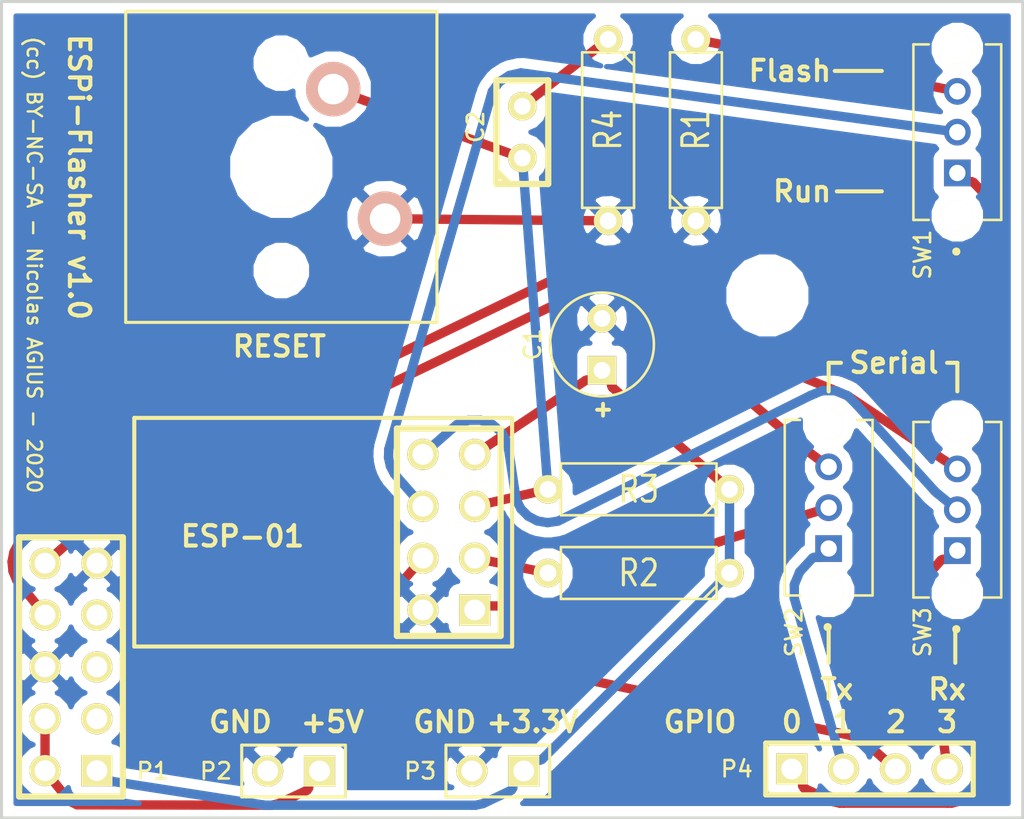
<source format=kicad_pcb>
(kicad_pcb (version 3) (host pcbnew "(2013-jul-07)-stable")

  (general
    (links 30)
    (no_connects 0)
    (area 113.756667 74.724999 173.475001 116.0068)
    (thickness 1.6)
    (drawings 34)
    (tracks 263)
    (zones 0)
    (modules 16)
    (nets 17)
  )

  (page A4)
  (layers
    (15 F.Cu signal)
    (0 B.Cu signal)
    (16 B.Adhes user)
    (17 F.Adhes user hide)
    (18 B.Paste user)
    (19 F.Paste user)
    (20 B.SilkS user)
    (21 F.SilkS user)
    (22 B.Mask user)
    (23 F.Mask user)
    (24 Dwgs.User user hide)
    (25 Cmts.User user hide)
    (26 Eco1.User user hide)
    (27 Eco2.User user hide)
    (28 Edge.Cuts user)
  )

  (setup
    (last_trace_width 0.4572)
    (trace_clearance 0.4572)
    (zone_clearance 0.508)
    (zone_45_only no)
    (trace_min 0.4572)
    (segment_width 0.2)
    (edge_width 0.15)
    (via_size 0.889)
    (via_drill 0.635)
    (via_min_size 0.889)
    (via_min_drill 0.508)
    (uvia_size 0.508)
    (uvia_drill 0.127)
    (uvias_allowed no)
    (uvia_min_size 0.508)
    (uvia_min_drill 0.127)
    (pcb_text_width 0.3)
    (pcb_text_size 1 1)
    (mod_edge_width 0.15)
    (mod_text_size 1 1)
    (mod_text_width 0.15)
    (pad_size 1 1)
    (pad_drill 0.6)
    (pad_to_mask_clearance 0)
    (aux_axis_origin 123.1 74.5)
    (visible_elements FFFFFBBF)
    (pcbplotparams
      (layerselection 283148289)
      (usegerberextensions true)
      (excludeedgelayer true)
      (linewidth 0.150000)
      (plotframeref false)
      (viasonmask false)
      (mode 1)
      (useauxorigin true)
      (hpglpennumber 1)
      (hpglpenspeed 20)
      (hpglpendiameter 15)
      (hpglpenoverlay 2)
      (psnegative false)
      (psa4output false)
      (plotreference true)
      (plotvalue true)
      (plotothertext true)
      (plotinvisibletext false)
      (padsonsilk false)
      (subtractmaskfromsilk false)
      (outputformat 1)
      (mirror false)
      (drillshape 0)
      (scaleselection 1)
      (outputdirectory Gerber/))
  )

  (net 0 "")
  (net 1 +3.3V)
  (net 2 GND)
  (net 3 N-000001)
  (net 4 N-0000010)
  (net 5 N-0000011)
  (net 6 N-0000012)
  (net 7 N-0000013)
  (net 8 N-0000014)
  (net 9 N-0000015)
  (net 10 N-000002)
  (net 11 N-000003)
  (net 12 N-000004)
  (net 13 N-000005)
  (net 14 N-000006)
  (net 15 N-000007)
  (net 16 N-000009)

  (net_class Default "Ceci est la Netclass par défaut"
    (clearance 0.4572)
    (trace_width 0.4572)
    (via_dia 0.889)
    (via_drill 0.635)
    (uvia_dia 0.508)
    (uvia_drill 0.127)
    (add_net "")
    (add_net +3.3V)
    (add_net GND)
    (add_net N-000001)
    (add_net N-0000010)
    (add_net N-0000011)
    (add_net N-0000012)
    (add_net N-0000013)
    (add_net N-0000014)
    (add_net N-0000015)
    (add_net N-000002)
    (add_net N-000003)
    (add_net N-000004)
    (add_net N-000005)
    (add_net N-000006)
    (add_net N-000007)
    (add_net N-000009)
  )

  (module PIN_ARRAY_5x2 (layer F.Cu) (tedit 5EB454F8) (tstamp 5E9B126F)
    (at 126.8 107.4 90)
    (descr "Double rangee de contacts 2 x 5 pins")
    (tags CONN)
    (path /5E8A0531)
    (fp_text reference P1 (at -5.1 4 180) (layer F.SilkS)
      (effects (font (size 0.8 0.8) (thickness 0.13)))
    )
    (fp_text value "Pi Header" (at 0 -3.81 90) (layer F.SilkS) hide
      (effects (font (size 1.016 1.016) (thickness 0.2032)))
    )
    (fp_line (start -6.35 -2.54) (end 6.35 -2.54) (layer F.SilkS) (width 0.3048))
    (fp_line (start 6.35 -2.54) (end 6.35 2.54) (layer F.SilkS) (width 0.3048))
    (fp_line (start 6.35 2.54) (end -6.35 2.54) (layer F.SilkS) (width 0.3048))
    (fp_line (start -6.35 2.54) (end -6.35 -2.54) (layer F.SilkS) (width 0.3048))
    (pad 1 thru_hole rect (at -5.08 1.27 90) (size 1.524 1.524) (drill 1.016)
      (layers *.Cu *.Mask F.SilkS)
      (net 1 +3.3V)
    )
    (pad 2 thru_hole circle (at -5.08 -1.27 90) (size 1.524 1.524) (drill 1.016)
      (layers *.Cu *.Mask F.SilkS)
      (net 4 N-0000010)
    )
    (pad 3 thru_hole circle (at -2.54 1.27 90) (size 1.524 1.524) (drill 1.016)
      (layers *.Cu *.Mask F.SilkS)
    )
    (pad 4 thru_hole circle (at -2.54 -1.27 90) (size 1.524 1.524) (drill 1.016)
      (layers *.Cu *.Mask F.SilkS)
      (net 4 N-0000010)
    )
    (pad 5 thru_hole circle (at 0 1.27 90) (size 1.524 1.524) (drill 1.016)
      (layers *.Cu *.Mask F.SilkS)
    )
    (pad 6 thru_hole circle (at 0 -1.27 90) (size 1.524 1.524) (drill 1.016)
      (layers *.Cu *.Mask F.SilkS)
      (net 2 GND)
    )
    (pad 7 thru_hole circle (at 2.54 1.27 90) (size 1.524 1.524) (drill 1.016)
      (layers *.Cu *.Mask F.SilkS)
    )
    (pad 8 thru_hole circle (at 2.54 -1.27 90) (size 1.524 1.524) (drill 1.016)
      (layers *.Cu *.Mask F.SilkS)
      (net 12 N-000004)
    )
    (pad 9 thru_hole circle (at 5.08 1.27 90) (size 1.524 1.524) (drill 1.016)
      (layers *.Cu *.Mask F.SilkS)
      (net 2 GND)
    )
    (pad 10 thru_hole circle (at 5.08 -1.27 90) (size 1.524 1.524) (drill 1.016)
      (layers *.Cu *.Mask F.SilkS)
      (net 11 N-000003)
    )
    (model pin_array/pins_array_5x2.wrl
      (at (xyz 0 0 0))
      (scale (xyz 1 1 1))
      (rotate (xyz 0 0 0))
    )
  )

  (module pin_array_4x2 (layer F.Cu) (tedit 5EB44689) (tstamp 5E9B127F)
    (at 145.3 100.8 90)
    (descr "Double rangee de contacts 2 x 4 pins")
    (tags CONN)
    (path /5E8A0495)
    (fp_text reference "" (at 0 -3.81 90) (layer F.SilkS)
      (effects (font (size 1.016 1.016) (thickness 0.2032)))
    )
    (fp_text value ESP8266-01 (at 0 3.81 90) (layer F.SilkS) hide
      (effects (font (size 1.016 1.016) (thickness 0.2032)))
    )
    (fp_line (start -5.08 -2.54) (end 5.08 -2.54) (layer F.SilkS) (width 0.3048))
    (fp_line (start 5.08 -2.54) (end 5.08 2.54) (layer F.SilkS) (width 0.3048))
    (fp_line (start 5.08 2.54) (end -5.08 2.54) (layer F.SilkS) (width 0.3048))
    (fp_line (start -5.08 2.54) (end -5.08 -2.54) (layer F.SilkS) (width 0.3048))
    (pad 1 thru_hole rect (at -3.81 1.27 90) (size 1.524 1.524) (drill 1.016)
      (layers *.Cu *.Mask F.SilkS)
      (net 10 N-000002)
    )
    (pad 2 thru_hole circle (at -3.81 -1.27 90) (size 1.524 1.524) (drill 1.016)
      (layers *.Cu *.Mask F.SilkS)
      (net 2 GND)
    )
    (pad 3 thru_hole circle (at -1.27 1.27 90) (size 1.524 1.524) (drill 1.016)
      (layers *.Cu *.Mask F.SilkS)
      (net 16 N-000009)
    )
    (pad 4 thru_hole circle (at -1.27 -1.27 90) (size 1.524 1.524) (drill 1.016)
      (layers *.Cu *.Mask F.SilkS)
      (net 3 N-000001)
    )
    (pad 5 thru_hole circle (at 1.27 1.27 90) (size 1.524 1.524) (drill 1.016)
      (layers *.Cu *.Mask F.SilkS)
      (net 5 N-0000011)
    )
    (pad 6 thru_hole circle (at 1.27 -1.27 90) (size 1.524 1.524) (drill 1.016)
      (layers *.Cu *.Mask F.SilkS)
      (net 9 N-0000015)
    )
    (pad 7 thru_hole circle (at 3.81 1.27 90) (size 1.524 1.524) (drill 1.016)
      (layers *.Cu *.Mask F.SilkS)
      (net 1 +3.3V)
    )
    (pad 8 thru_hole circle (at 3.81 -1.27 90) (size 1.524 1.524) (drill 1.016)
      (layers *.Cu *.Mask F.SilkS)
      (net 13 N-000005)
    )
    (model pin_array/pins_array_4x2.wrl
      (at (xyz 0 0 0))
      (scale (xyz 1 1 1))
      (rotate (xyz 0 0 0))
    )
  )

  (module R3-5 (layer F.Cu) (tedit 5EA485FA) (tstamp 5E9B1241)
    (at 157.4 81.1 90)
    (path /5E8A0656)
    (fp_text reference R1 (at 0 0 90) (layer F.SilkS)
      (effects (font (size 1.27 1.016) (thickness 0.1524)))
    )
    (fp_text value 200 (at 0 0 90) (layer F.SilkS) hide
      (effects (font (size 1.27 1.016) (thickness 0.1524)))
    )
    (fp_line (start -3.81 -0.635) (end -3.81 1.27) (layer F.SilkS) (width 0.127))
    (fp_line (start -3.81 1.27) (end 3.81 1.27) (layer F.SilkS) (width 0.127))
    (fp_line (start 3.81 1.27) (end 3.81 -1.27) (layer F.SilkS) (width 0.127))
    (fp_line (start 3.81 -1.27) (end -3.81 -1.27) (layer F.SilkS) (width 0.127))
    (fp_line (start -3.81 -1.27) (end -3.81 -0.635) (layer F.SilkS) (width 0.127))
    (fp_line (start -4.445 0) (end -3.81 0) (layer F.SilkS) (width 0.127))
    (fp_line (start 3.81 0) (end 4.445 0) (layer F.SilkS) (width 0.127))
    (fp_line (start -3.81 -0.635) (end -3.175 -1.27) (layer F.SilkS) (width 0.127))
    (pad 1 thru_hole circle (at -4.445 0 90) (size 1.397 1.397) (drill 0.8128)
      (layers *.Cu *.Mask F.SilkS)
      (net 2 GND)
    )
    (pad 2 thru_hole circle (at 4.445 0 90) (size 1.397 1.397) (drill 0.8128)
      (layers *.Cu *.Mask F.SilkS)
      (net 8 N-0000014)
    )
    (model discret/resistor.wrl
      (at (xyz 0 0 0))
      (scale (xyz 0.35 0.35 0.3))
      (rotate (xyz 0 0 0))
    )
  )

  (module R3-5 (layer F.Cu) (tedit 3F979F9F) (tstamp 5E9B124F)
    (at 154.6 102.8 180)
    (path /5E8A0665)
    (fp_text reference R2 (at 0 0 180) (layer F.SilkS)
      (effects (font (size 1.27 1.016) (thickness 0.1524)))
    )
    (fp_text value 1.47k (at 0 0 180) (layer F.SilkS) hide
      (effects (font (size 1.27 1.016) (thickness 0.1524)))
    )
    (fp_line (start -3.81 -0.635) (end -3.81 1.27) (layer F.SilkS) (width 0.127))
    (fp_line (start -3.81 1.27) (end 3.81 1.27) (layer F.SilkS) (width 0.127))
    (fp_line (start 3.81 1.27) (end 3.81 -1.27) (layer F.SilkS) (width 0.127))
    (fp_line (start 3.81 -1.27) (end -3.81 -1.27) (layer F.SilkS) (width 0.127))
    (fp_line (start -3.81 -1.27) (end -3.81 -0.635) (layer F.SilkS) (width 0.127))
    (fp_line (start -4.445 0) (end -3.81 0) (layer F.SilkS) (width 0.127))
    (fp_line (start 3.81 0) (end 4.445 0) (layer F.SilkS) (width 0.127))
    (fp_line (start -3.81 -0.635) (end -3.175 -1.27) (layer F.SilkS) (width 0.127))
    (pad 1 thru_hole circle (at -4.445 0 180) (size 1.397 1.397) (drill 0.8128)
      (layers *.Cu *.Mask F.SilkS)
      (net 1 +3.3V)
    )
    (pad 2 thru_hole circle (at 4.445 0 180) (size 1.397 1.397) (drill 0.8128)
      (layers *.Cu *.Mask F.SilkS)
      (net 16 N-000009)
    )
    (model discret/resistor.wrl
      (at (xyz 0 0 0))
      (scale (xyz 0.35 0.35 0.3))
      (rotate (xyz 0 0 0))
    )
  )

  (module R3-5 (layer F.Cu) (tedit 3F979F9F) (tstamp 5E9B125D)
    (at 154.6 98.7 180)
    (path /5E8A0674)
    (fp_text reference R3 (at 0 0 180) (layer F.SilkS)
      (effects (font (size 1.27 1.016) (thickness 0.1524)))
    )
    (fp_text value 1.47k (at 0 0 180) (layer F.SilkS) hide
      (effects (font (size 1.27 1.016) (thickness 0.1524)))
    )
    (fp_line (start -3.81 -0.635) (end -3.81 1.27) (layer F.SilkS) (width 0.127))
    (fp_line (start -3.81 1.27) (end 3.81 1.27) (layer F.SilkS) (width 0.127))
    (fp_line (start 3.81 1.27) (end 3.81 -1.27) (layer F.SilkS) (width 0.127))
    (fp_line (start 3.81 -1.27) (end -3.81 -1.27) (layer F.SilkS) (width 0.127))
    (fp_line (start -3.81 -1.27) (end -3.81 -0.635) (layer F.SilkS) (width 0.127))
    (fp_line (start -4.445 0) (end -3.81 0) (layer F.SilkS) (width 0.127))
    (fp_line (start 3.81 0) (end 4.445 0) (layer F.SilkS) (width 0.127))
    (fp_line (start -3.81 -0.635) (end -3.175 -1.27) (layer F.SilkS) (width 0.127))
    (pad 1 thru_hole circle (at -4.445 0 180) (size 1.397 1.397) (drill 0.8128)
      (layers *.Cu *.Mask F.SilkS)
      (net 1 +3.3V)
    )
    (pad 2 thru_hole circle (at 4.445 0 180) (size 1.397 1.397) (drill 0.8128)
      (layers *.Cu *.Mask F.SilkS)
      (net 5 N-0000011)
    )
    (model discret/resistor.wrl
      (at (xyz 0 0 0))
      (scale (xyz 0.35 0.35 0.3))
      (rotate (xyz 0 0 0))
    )
  )

  (module C1V5 (layer F.Cu) (tedit 5EB454AF) (tstamp 5E9B12C6)
    (at 152.8 91.6 90)
    (descr "Condensateur e = 1 pas")
    (tags C)
    (path /5E8A0647)
    (fp_text reference C1 (at 0 -3.4 90) (layer F.SilkS)
      (effects (font (size 0.8 0.8) (thickness 0.13)))
    )
    (fp_text value "" (at 0 1.27 90) (layer F.SilkS)
      (effects (font (size 0.762 0.635) (thickness 0.127)))
    )
    (fp_text user + (at -3.2 0 90) (layer F.SilkS)
      (effects (font (size 0.762 0.762) (thickness 0.2032)))
    )
    (fp_circle (center 0 0) (end 0.127 -2.54) (layer F.SilkS) (width 0.127))
    (pad 1 thru_hole rect (at -1.27 0 90) (size 1.397 1.397) (drill 0.8128)
      (layers *.Cu *.Mask F.SilkS)
      (net 1 +3.3V)
    )
    (pad 2 thru_hole circle (at 1.27 0 90) (size 1.397 1.397) (drill 0.8128)
      (layers *.Cu *.Mask F.SilkS)
      (net 2 GND)
    )
    (model discret/c_vert_c1v5.wrl
      (at (xyz 0 0 0))
      (scale (xyz 1 1 1))
      (rotate (xyz 0 0 0))
    )
  )

  (module PIN_ARRAY_4x1 (layer F.Cu) (tedit 5EB4551C) (tstamp 5E9B12DE)
    (at 165.9 112.4)
    (descr "Double rangee de contacts 2 x 5 pins")
    (tags CONN)
    (path /5E8A070D)
    (fp_text reference P4 (at -6.5 0) (layer F.SilkS)
      (effects (font (size 0.8 0.8) (thickness 0.13)))
    )
    (fp_text value GPIO (at 0 2.54) (layer F.SilkS) hide
      (effects (font (size 1.016 1.016) (thickness 0.2032)))
    )
    (fp_line (start 5.08 1.27) (end -5.08 1.27) (layer F.SilkS) (width 0.254))
    (fp_line (start 5.08 -1.27) (end -5.08 -1.27) (layer F.SilkS) (width 0.254))
    (fp_line (start -5.08 -1.27) (end -5.08 1.27) (layer F.SilkS) (width 0.254))
    (fp_line (start 5.08 1.27) (end 5.08 -1.27) (layer F.SilkS) (width 0.254))
    (pad 1 thru_hole rect (at -3.81 0) (size 1.524 1.524) (drill 1.016)
      (layers *.Cu *.Mask F.SilkS)
      (net 7 N-0000013)
    )
    (pad 2 thru_hole circle (at -1.27 0) (size 1.524 1.524) (drill 1.016)
      (layers *.Cu *.Mask F.SilkS)
      (net 15 N-000007)
    )
    (pad 3 thru_hole circle (at 1.27 0) (size 1.524 1.524) (drill 1.016)
      (layers *.Cu *.Mask F.SilkS)
      (net 3 N-000001)
    )
    (pad 4 thru_hole circle (at 3.81 0) (size 1.524 1.524) (drill 1.016)
      (layers *.Cu *.Mask F.SilkS)
      (net 14 N-000006)
    )
    (model pin_array\pins_array_4x1.wrl
      (at (xyz 0 0 0))
      (scale (xyz 1 1 1))
      (rotate (xyz 0 0 0))
    )
  )

  (module PIN_ARRAY_2X1 (layer F.Cu) (tedit 5EB45501) (tstamp 5E9B12E9)
    (at 137.7 112.5 180)
    (descr "Connecteurs 2 pins")
    (tags "CONN DEV")
    (path /5E8A06EF)
    (fp_text reference P2 (at 3.8 0 180) (layer F.SilkS)
      (effects (font (size 0.8 0.8) (thickness 0.13)))
    )
    (fp_text value +5V (at 0 -1.905 180) (layer F.SilkS) hide
      (effects (font (size 0.762 0.762) (thickness 0.1524)))
    )
    (fp_line (start -2.54 1.27) (end -2.54 -1.27) (layer F.SilkS) (width 0.1524))
    (fp_line (start -2.54 -1.27) (end 2.54 -1.27) (layer F.SilkS) (width 0.1524))
    (fp_line (start 2.54 -1.27) (end 2.54 1.27) (layer F.SilkS) (width 0.1524))
    (fp_line (start 2.54 1.27) (end -2.54 1.27) (layer F.SilkS) (width 0.1524))
    (pad 1 thru_hole rect (at -1.27 0 180) (size 1.524 1.524) (drill 1.016)
      (layers *.Cu *.Mask F.SilkS)
      (net 4 N-0000010)
    )
    (pad 2 thru_hole circle (at 1.27 0 180) (size 1.524 1.524) (drill 1.016)
      (layers *.Cu *.Mask F.SilkS)
      (net 2 GND)
    )
    (model pin_array/pins_array_2x1.wrl
      (at (xyz 0 0 0))
      (scale (xyz 1 1 1))
      (rotate (xyz 0 0 0))
    )
  )

  (module PIN_ARRAY_2X1 (layer F.Cu) (tedit 5EB45516) (tstamp 5E9B12F4)
    (at 147.7 112.5 180)
    (descr "Connecteurs 2 pins")
    (tags "CONN DEV")
    (path /5E8A06FE)
    (fp_text reference P3 (at 3.8 0 180) (layer F.SilkS)
      (effects (font (size 0.8 0.8) (thickness 0.13)))
    )
    (fp_text value +3.3V (at 0 -1.905 180) (layer F.SilkS) hide
      (effects (font (size 0.762 0.762) (thickness 0.1524)))
    )
    (fp_line (start -2.54 1.27) (end -2.54 -1.27) (layer F.SilkS) (width 0.1524))
    (fp_line (start -2.54 -1.27) (end 2.54 -1.27) (layer F.SilkS) (width 0.1524))
    (fp_line (start 2.54 -1.27) (end 2.54 1.27) (layer F.SilkS) (width 0.1524))
    (fp_line (start 2.54 1.27) (end -2.54 1.27) (layer F.SilkS) (width 0.1524))
    (pad 1 thru_hole rect (at -1.27 0 180) (size 1.524 1.524) (drill 1.016)
      (layers *.Cu *.Mask F.SilkS)
      (net 1 +3.3V)
    )
    (pad 2 thru_hole circle (at 1.27 0 180) (size 1.524 1.524) (drill 1.016)
      (layers *.Cu *.Mask F.SilkS)
      (net 2 GND)
    )
    (model pin_array/pins_array_2x1.wrl
      (at (xyz 0 0 0))
      (scale (xyz 1 1 1))
      (rotate (xyz 0 0 0))
    )
  )

  (module MountingHole_3mm (layer F.Cu) (tedit 5EB446D3) (tstamp 5E9C39AD)
    (at 160.9 89.2 180)
    (descr "Mounting Hole 3mm, no annular")
    (tags "mounting hole 3mm no annular")
    (attr virtual)
    (fp_text reference "" (at 0 -4 180) (layer F.SilkS)
      (effects (font (size 1 1) (thickness 0.15)))
    )
    (fp_text value "" (at 0 0 180) (layer F.SilkS)
      (effects (font (size 1.524 1.524) (thickness 0.15)))
    )
    (fp_circle (center 0 0) (end 3 0) (layer Cmts.User) (width 0.15))
    (pad 1 np_thru_hole circle (at 0 0 180) (size 3 3) (drill 3)
      (layers *.Cu *.Mask)
    )
  )

  (module SW_PCB_2PIN_NO (layer F.Cu) (tedit 5EB4466D) (tstamp 5EA47BEA)
    (at 137.1 82.9 270)
    (path /5E8A09E4)
    (fp_text reference SW4 (at -4.445 -5.715 270) (layer F.SilkS) hide
      (effects (font (size 1.778 1.778) (thickness 0.2032)))
    )
    (fp_text value "" (at 0 3.81 270) (layer F.SilkS)
      (effects (font (size 1.778 1.778) (thickness 0.2032)))
    )
    (fp_line (start -7.62 -7.62) (end 7.62 -7.62) (layer F.SilkS) (width 0.1524))
    (fp_line (start 7.62 -7.62) (end 7.62 7.62) (layer F.SilkS) (width 0.1524))
    (fp_line (start 7.62 7.62) (end -7.62 7.62) (layer F.SilkS) (width 0.1524))
    (fp_line (start -7.62 7.62) (end -7.62 -7.62) (layer F.SilkS) (width 0.1524))
    (pad 1 thru_hole circle (at 2.54 -5.08 270) (size 2.667 2.667) (drill 1.4986)
      (layers *.Cu *.SilkS *.Mask)
      (net 2 GND)
    )
    (pad 2 thru_hole circle (at -3.81 -2.54 270) (size 2.667 2.667) (drill 1.4986)
      (layers *.Cu *.SilkS *.Mask)
      (net 5 N-0000011)
    )
    (pad "" np_thru_hole circle (at 5.08 0 270) (size 1.7018 1.7018) (drill 1.7018)
      (layers *.Cu *.Mask F.SilkS)
    )
    (pad "" np_thru_hole circle (at -5.08 0 270) (size 1.7018 1.7018) (drill 1.7018)
      (layers *.Cu *.Mask F.SilkS)
    )
    (pad "" np_thru_hole circle (at 0 0 270) (size 3.9878 3.9878) (drill 3.9878)
      (layers *.Cu *.Mask F.SilkS)
    )
  )

  (module SW_OS102011MS2QN1 (layer F.Cu) (tedit 5ED027F4) (tstamp 5E9B1233)
    (at 170.2 99.7 90)
    (path /5EA47868)
    (fp_text reference SW3 (at -6 -1.7 90) (layer F.SilkS)
      (effects (font (size 0.8 0.8) (thickness 0.13)))
    )
    (fp_text value "" (at 2.9 -2.9 90) (layer F.SilkS)
      (effects (font (size 0.48092 0.48092) (thickness 0.05)))
    )
    (fp_line (start -4.3 -2.15) (end 4.3 -2.15) (layer Eco2.User) (width 0.127))
    (fp_line (start 4.3 -2.15) (end 4.3 2.15) (layer Eco2.User) (width 0.127))
    (fp_line (start 4.3 2.15) (end -4.3 2.15) (layer Eco2.User) (width 0.127))
    (fp_line (start -4.3 2.15) (end -4.3 -2.15) (layer Eco2.User) (width 0.127))
    (fp_line (start -4.3 1.3) (end -4.3 2.15) (layer F.SilkS) (width 0.127))
    (fp_line (start -4.3 2.15) (end 4.3 2.15) (layer F.SilkS) (width 0.127))
    (fp_line (start 4.3 2.15) (end 4.3 1.4) (layer F.SilkS) (width 0.127))
    (fp_line (start 4.3 -1.4) (end 4.3 -2.15) (layer F.SilkS) (width 0.127))
    (fp_line (start 4.3 -2.15) (end -4.3 -2.15) (layer F.SilkS) (width 0.127))
    (fp_line (start -4.3 -2.15) (end -4.3 -1.4) (layer F.SilkS) (width 0.127))
    (fp_circle (center -2.1 -0.05) (end -2 -0.05) (layer Eco2.User) (width 0.2))
    (fp_line (start -4.55 -1.25) (end -4.55 -2.4) (layer Eco1.User) (width 0.05))
    (fp_line (start -4.55 -2.4) (end 4.55 -2.4) (layer Eco1.User) (width 0.05))
    (fp_line (start 4.55 -2.4) (end 4.55 -1.25) (layer Eco1.User) (width 0.05))
    (fp_line (start 4.55 -1.25) (end 5.25 -1.25) (layer Eco1.User) (width 0.05))
    (fp_line (start 5.25 -1.25) (end 5.25 1.25) (layer Eco1.User) (width 0.05))
    (fp_line (start 5.25 1.25) (end 4.55 1.25) (layer Eco1.User) (width 0.05))
    (fp_line (start 4.55 1.25) (end 4.55 2.4) (layer Eco1.User) (width 0.05))
    (fp_line (start 4.55 2.4) (end -4.55 2.4) (layer Eco1.User) (width 0.05))
    (fp_line (start -4.55 2.4) (end -4.55 1.25) (layer Eco1.User) (width 0.05))
    (fp_line (start -4.55 1.25) (end -5.25 1.25) (layer Eco1.User) (width 0.05))
    (fp_line (start -5.25 1.25) (end -5.25 -1.25) (layer Eco1.User) (width 0.05))
    (fp_line (start -5.25 -1.25) (end -4.55 -1.25) (layer Eco1.User) (width 0.05))
    (fp_circle (center -5.85 -0.05) (end -5.75 -0.05) (layer F.SilkS) (width 0.2))
    (pad 1 thru_hole rect (at -2 0 90) (size 1.308 1.308) (drill 0.8)
      (layers *.Cu *.Mask)
      (net 14 N-000006)
    )
    (pad 2 thru_hole circle (at 0 0 90) (size 1.308 1.308) (drill 0.8)
      (layers *.Cu *.Mask)
      (net 13 N-000005)
    )
    (pad 3 thru_hole circle (at 2 0 90) (size 1.308 1.308) (drill 0.8)
      (layers *.Cu *.Mask)
      (net 12 N-000004)
    )
    (pad Hole np_thru_hole circle (at -4.1 0 90) (size 1.5 1.5) (drill 1.5)
      (layers *.Cu *.Mask F.SilkS)
    )
    (pad Hole np_thru_hole circle (at 4.1 0 90) (size 1.5 1.5) (drill 1.5)
      (layers *.Cu *.Mask F.SilkS)
    )
  )

  (module SW_OS102011MS2QN1 (layer F.Cu) (tedit 5ED027FD) (tstamp 5E9B129D)
    (at 163.9 99.6 90)
    (path /5EA47877)
    (fp_text reference SW2 (at -6.1 -1.7 90) (layer F.SilkS)
      (effects (font (size 0.8 0.8) (thickness 0.13)))
    )
    (fp_text value "" (at 2.7 -3 90) (layer F.SilkS)
      (effects (font (size 0.48092 0.48092) (thickness 0.05)))
    )
    (fp_line (start -4.3 -2.15) (end 4.3 -2.15) (layer Eco2.User) (width 0.127))
    (fp_line (start 4.3 -2.15) (end 4.3 2.15) (layer Eco2.User) (width 0.127))
    (fp_line (start 4.3 2.15) (end -4.3 2.15) (layer Eco2.User) (width 0.127))
    (fp_line (start -4.3 2.15) (end -4.3 -2.15) (layer Eco2.User) (width 0.127))
    (fp_line (start -4.3 1.3) (end -4.3 2.15) (layer F.SilkS) (width 0.127))
    (fp_line (start -4.3 2.15) (end 4.3 2.15) (layer F.SilkS) (width 0.127))
    (fp_line (start 4.3 2.15) (end 4.3 1.4) (layer F.SilkS) (width 0.127))
    (fp_line (start 4.3 -1.4) (end 4.3 -2.15) (layer F.SilkS) (width 0.127))
    (fp_line (start 4.3 -2.15) (end -4.3 -2.15) (layer F.SilkS) (width 0.127))
    (fp_line (start -4.3 -2.15) (end -4.3 -1.4) (layer F.SilkS) (width 0.127))
    (fp_circle (center -2.1 -0.05) (end -2 -0.05) (layer Eco2.User) (width 0.2))
    (fp_line (start -4.55 -1.25) (end -4.55 -2.4) (layer Eco1.User) (width 0.05))
    (fp_line (start -4.55 -2.4) (end 4.55 -2.4) (layer Eco1.User) (width 0.05))
    (fp_line (start 4.55 -2.4) (end 4.55 -1.25) (layer Eco1.User) (width 0.05))
    (fp_line (start 4.55 -1.25) (end 5.25 -1.25) (layer Eco1.User) (width 0.05))
    (fp_line (start 5.25 -1.25) (end 5.25 1.25) (layer Eco1.User) (width 0.05))
    (fp_line (start 5.25 1.25) (end 4.55 1.25) (layer Eco1.User) (width 0.05))
    (fp_line (start 4.55 1.25) (end 4.55 2.4) (layer Eco1.User) (width 0.05))
    (fp_line (start 4.55 2.4) (end -4.55 2.4) (layer Eco1.User) (width 0.05))
    (fp_line (start -4.55 2.4) (end -4.55 1.25) (layer Eco1.User) (width 0.05))
    (fp_line (start -4.55 1.25) (end -5.25 1.25) (layer Eco1.User) (width 0.05))
    (fp_line (start -5.25 1.25) (end -5.25 -1.25) (layer Eco1.User) (width 0.05))
    (fp_line (start -5.25 -1.25) (end -4.55 -1.25) (layer Eco1.User) (width 0.05))
    (fp_circle (center -5.85 -0.05) (end -5.75 -0.05) (layer F.SilkS) (width 0.2))
    (pad 1 thru_hole rect (at -2 0 90) (size 1.308 1.308) (drill 0.8)
      (layers *.Cu *.Mask)
      (net 15 N-000007)
    )
    (pad 2 thru_hole circle (at 0 0 90) (size 1.308 1.308) (drill 0.8)
      (layers *.Cu *.Mask)
      (net 10 N-000002)
    )
    (pad 3 thru_hole circle (at 2 0 90) (size 1.308 1.308) (drill 0.8)
      (layers *.Cu *.Mask)
      (net 11 N-000003)
    )
    (pad Hole np_thru_hole circle (at -4.1 0 90) (size 1.5 1.5) (drill 1.5)
      (layers *.Cu *.Mask F.SilkS)
    )
    (pad Hole np_thru_hole circle (at 4.1 0 90) (size 1.5 1.5) (drill 1.5)
      (layers *.Cu *.Mask F.SilkS)
    )
  )

  (module SW_OS102011MS2QN1 (layer F.Cu) (tedit 5ED02805) (tstamp 5E9B12BB)
    (at 170.2 81.2 90)
    (path /5EA48147)
    (fp_text reference SW1 (at -6 -1.7 90) (layer F.SilkS)
      (effects (font (size 0.8 0.8) (thickness 0.13)))
    )
    (fp_text value "" (at 2.9 -3.1 90) (layer F.SilkS)
      (effects (font (size 0.48092 0.48092) (thickness 0.05)))
    )
    (fp_line (start -4.3 -2.15) (end 4.3 -2.15) (layer Eco2.User) (width 0.127))
    (fp_line (start 4.3 -2.15) (end 4.3 2.15) (layer Eco2.User) (width 0.127))
    (fp_line (start 4.3 2.15) (end -4.3 2.15) (layer Eco2.User) (width 0.127))
    (fp_line (start -4.3 2.15) (end -4.3 -2.15) (layer Eco2.User) (width 0.127))
    (fp_line (start -4.3 1.3) (end -4.3 2.15) (layer F.SilkS) (width 0.127))
    (fp_line (start -4.3 2.15) (end 4.3 2.15) (layer F.SilkS) (width 0.127))
    (fp_line (start 4.3 2.15) (end 4.3 1.4) (layer F.SilkS) (width 0.127))
    (fp_line (start 4.3 -1.4) (end 4.3 -2.15) (layer F.SilkS) (width 0.127))
    (fp_line (start 4.3 -2.15) (end -4.3 -2.15) (layer F.SilkS) (width 0.127))
    (fp_line (start -4.3 -2.15) (end -4.3 -1.4) (layer F.SilkS) (width 0.127))
    (fp_circle (center -2.1 -0.05) (end -2 -0.05) (layer Eco2.User) (width 0.2))
    (fp_line (start -4.55 -1.25) (end -4.55 -2.4) (layer Eco1.User) (width 0.05))
    (fp_line (start -4.55 -2.4) (end 4.55 -2.4) (layer Eco1.User) (width 0.05))
    (fp_line (start 4.55 -2.4) (end 4.55 -1.25) (layer Eco1.User) (width 0.05))
    (fp_line (start 4.55 -1.25) (end 5.25 -1.25) (layer Eco1.User) (width 0.05))
    (fp_line (start 5.25 -1.25) (end 5.25 1.25) (layer Eco1.User) (width 0.05))
    (fp_line (start 5.25 1.25) (end 4.55 1.25) (layer Eco1.User) (width 0.05))
    (fp_line (start 4.55 1.25) (end 4.55 2.4) (layer Eco1.User) (width 0.05))
    (fp_line (start 4.55 2.4) (end -4.55 2.4) (layer Eco1.User) (width 0.05))
    (fp_line (start -4.55 2.4) (end -4.55 1.25) (layer Eco1.User) (width 0.05))
    (fp_line (start -4.55 1.25) (end -5.25 1.25) (layer Eco1.User) (width 0.05))
    (fp_line (start -5.25 1.25) (end -5.25 -1.25) (layer Eco1.User) (width 0.05))
    (fp_line (start -5.25 -1.25) (end -4.55 -1.25) (layer Eco1.User) (width 0.05))
    (fp_circle (center -5.85 -0.05) (end -5.75 -0.05) (layer F.SilkS) (width 0.2))
    (pad 1 thru_hole rect (at -2 0 90) (size 1.308 1.308) (drill 0.8)
      (layers *.Cu *.Mask)
      (net 7 N-0000013)
    )
    (pad 2 thru_hole circle (at 0 0 90) (size 1.308 1.308) (drill 0.8)
      (layers *.Cu *.Mask)
      (net 9 N-0000015)
    )
    (pad 3 thru_hole circle (at 2 0 90) (size 1.308 1.308) (drill 0.8)
      (layers *.Cu *.Mask)
      (net 8 N-0000014)
    )
    (pad Hole np_thru_hole circle (at -4.1 0 90) (size 1.5 1.5) (drill 1.5)
      (layers *.Cu *.Mask F.SilkS)
    )
    (pad Hole np_thru_hole circle (at 4.1 0 90) (size 1.5 1.5) (drill 1.5)
      (layers *.Cu *.Mask F.SilkS)
    )
  )

  (module R3-5 (layer F.Cu) (tedit 3F979F9F) (tstamp 5EB02641)
    (at 153.1 81.1 270)
    (path /5EB02407)
    (fp_text reference R4 (at 0 0 270) (layer F.SilkS)
      (effects (font (size 1.27 1.016) (thickness 0.1524)))
    )
    (fp_text value 200 (at 0 0 270) (layer F.SilkS) hide
      (effects (font (size 1.27 1.016) (thickness 0.1524)))
    )
    (fp_line (start -3.81 -0.635) (end -3.81 1.27) (layer F.SilkS) (width 0.127))
    (fp_line (start -3.81 1.27) (end 3.81 1.27) (layer F.SilkS) (width 0.127))
    (fp_line (start 3.81 1.27) (end 3.81 -1.27) (layer F.SilkS) (width 0.127))
    (fp_line (start 3.81 -1.27) (end -3.81 -1.27) (layer F.SilkS) (width 0.127))
    (fp_line (start -3.81 -1.27) (end -3.81 -0.635) (layer F.SilkS) (width 0.127))
    (fp_line (start -4.445 0) (end -3.81 0) (layer F.SilkS) (width 0.127))
    (fp_line (start 3.81 0) (end 4.445 0) (layer F.SilkS) (width 0.127))
    (fp_line (start -3.81 -0.635) (end -3.175 -1.27) (layer F.SilkS) (width 0.127))
    (pad 1 thru_hole circle (at -4.445 0 270) (size 1.397 1.397) (drill 0.8128)
      (layers *.Cu *.Mask F.SilkS)
      (net 6 N-0000012)
    )
    (pad 2 thru_hole circle (at 4.445 0 270) (size 1.397 1.397) (drill 0.8128)
      (layers *.Cu *.Mask F.SilkS)
      (net 2 GND)
    )
    (model discret/resistor.wrl
      (at (xyz 0 0 0))
      (scale (xyz 0.35 0.35 0.3))
      (rotate (xyz 0 0 0))
    )
  )

  (module C1 (layer F.Cu) (tedit 5EB454B9) (tstamp 5E9B12D1)
    (at 148.9 81.2 90)
    (descr "Condensateur e = 1 pas")
    (tags C)
    (path /5EB02429)
    (fp_text reference C2 (at 0.254 -2.286 90) (layer F.SilkS)
      (effects (font (size 0.8 0.8) (thickness 0.13)))
    )
    (fp_text value 100nF (at 0 -2.286 90) (layer F.SilkS) hide
      (effects (font (size 1.016 1.016) (thickness 0.2032)))
    )
    (fp_line (start -2.4892 -1.27) (end 2.54 -1.27) (layer F.SilkS) (width 0.3048))
    (fp_line (start 2.54 -1.27) (end 2.54 1.27) (layer F.SilkS) (width 0.3048))
    (fp_line (start 2.54 1.27) (end -2.54 1.27) (layer F.SilkS) (width 0.3048))
    (fp_line (start -2.54 1.27) (end -2.54 -1.27) (layer F.SilkS) (width 0.3048))
    (fp_line (start -2.54 -0.635) (end -1.905 -1.27) (layer F.SilkS) (width 0.3048))
    (pad 1 thru_hole circle (at -1.27 0 90) (size 1.397 1.397) (drill 0.8128)
      (layers *.Cu *.Mask F.SilkS)
      (net 5 N-0000011)
    )
    (pad 2 thru_hole circle (at 1.27 0 90) (size 1.397 1.397) (drill 0.8128)
      (layers *.Cu *.Mask F.SilkS)
      (net 6 N-0000012)
    )
    (model discret/capa_1_pas.wrl
      (at (xyz 0 0 0))
      (scale (xyz 1 1 1))
      (rotate (xyz 0 0 0))
    )
  )

  (gr_text "(cc) BY-NC-SA - Nicolas AGIUS - 2020" (at 125 87.7 270) (layer F.SilkS)
    (effects (font (size 0.7 0.7) (thickness 0.12)))
  )
  (gr_line (start 164.2 78.2) (end 166.5 78.2) (angle 90) (layer F.SilkS) (width 0.2))
  (gr_line (start 164.3 84.1) (end 166.5 84.1) (angle 90) (layer F.SilkS) (width 0.2))
  (gr_text Run (at 162.6 84.1) (layer F.SilkS)
    (effects (font (size 1 1) (thickness 0.2)))
  )
  (gr_text Flash (at 162 78.2) (layer F.SilkS)
    (effects (font (size 1 1) (thickness 0.2)))
  )
  (gr_line (start 170.1 107.2) (end 170.1 105.6) (angle 90) (layer F.SilkS) (width 0.2))
  (gr_line (start 163.9 92.5) (end 164.5 92.5) (angle 90) (layer F.SilkS) (width 0.2))
  (gr_line (start 163.9 93.9) (end 163.9 92.5) (angle 90) (layer F.SilkS) (width 0.2))
  (gr_line (start 170.2 92.5) (end 169.7 92.5) (angle 90) (layer F.SilkS) (width 0.2))
  (gr_line (start 170.2 93.9) (end 170.2 92.5) (angle 90) (layer F.SilkS) (width 0.2))
  (gr_line (start 163.9 105.5) (end 163.9 107.2) (angle 90) (layer F.SilkS) (width 0.2))
  (gr_text Serial (at 167.1 92.5) (layer F.SilkS)
    (effects (font (size 1 1) (thickness 0.2)))
  )
  (gr_text Rx (at 169.7 108.5) (layer F.SilkS)
    (effects (font (size 1 1) (thickness 0.2)))
  )
  (gr_text Tx (at 164.3 108.5) (layer F.SilkS)
    (effects (font (size 1 1) (thickness 0.2)))
  )
  (gr_text 3 (at 169.7 110.1) (layer F.SilkS)
    (effects (font (size 1 1) (thickness 0.2)))
  )
  (gr_text 2 (at 167.2 110.1) (layer F.SilkS)
    (effects (font (size 1 1) (thickness 0.2)))
  )
  (gr_text 1 (at 164.6 110.1) (layer F.SilkS)
    (effects (font (size 1 1) (thickness 0.2)))
  )
  (gr_text 0 (at 162.1 110.1) (layer F.SilkS)
    (effects (font (size 1 1) (thickness 0.2)))
  )
  (gr_text GPIO (at 157.6 110.1) (layer F.SilkS)
    (effects (font (size 1 1) (thickness 0.2)))
  )
  (gr_text +3.3V (at 149.4 110.1) (layer F.SilkS)
    (effects (font (size 1 1) (thickness 0.2)))
  )
  (gr_text +5V (at 139.6 110.1) (layer F.SilkS)
    (effects (font (size 1 1) (thickness 0.2)))
  )
  (gr_text GND (at 145.1 110.1) (layer F.SilkS)
    (effects (font (size 1 1) (thickness 0.2)))
  )
  (gr_text GND (at 135.1 110.1) (layer F.SilkS)
    (effects (font (size 1 1) (thickness 0.2)))
  )
  (gr_text RESET (at 137 91.7) (layer F.SilkS)
    (effects (font (size 1 1) (thickness 0.2)))
  )
  (gr_text "ESPi-Flasher v1.0" (at 127.2 83.4 270) (layer F.SilkS)
    (effects (font (size 1 1) (thickness 0.2)))
  )
  (gr_line (start 148.4 95.2) (end 148.4 106.4) (angle 90) (layer F.SilkS) (width 0.2))
  (gr_line (start 129.9 95.2) (end 148.4 95.2) (angle 90) (layer F.SilkS) (width 0.2))
  (gr_line (start 129.9 106.4) (end 129.9 95.2) (angle 90) (layer F.SilkS) (width 0.2))
  (gr_line (start 148.4 106.4) (end 129.9 106.4) (angle 90) (layer F.SilkS) (width 0.2))
  (gr_text ESP-01 (at 135.2 101) (layer F.SilkS)
    (effects (font (size 1 1) (thickness 0.2)))
  )
  (gr_line (start 173.4 74.8) (end 173.4 114.8) (angle 90) (layer Edge.Cuts) (width 0.15))
  (gr_line (start 123.4 74.8) (end 173.4 74.8) (angle 90) (layer Edge.Cuts) (width 0.15))
  (gr_line (start 123.4 114.8) (end 123.4 74.8) (angle 90) (layer Edge.Cuts) (width 0.15))
  (gr_line (start 173.4 114.8) (end 123.4 114.8) (angle 90) (layer Edge.Cuts) (width 0.15))

  (segment (start 159.045 98.7) (end 159.045 102.8) (width 0.4572) (layer B.Cu) (net 1))
  (segment (start 128.6034 113.0134) (end 128.07 112.48) (width 0.4572) (layer B.Cu) (net 1))
  (segment (start 128.832 113.0134) (end 128.6034 113.0134) (width 0.4572) (layer B.Cu) (net 1))
  (segment (start 128.8407 113.0134) (end 128.832 113.0134) (width 0.4572) (layer B.Cu) (net 1))
  (segment (start 128.8586 113.0147) (end 128.8407 113.0134) (width 0.4572) (layer B.Cu) (net 1))
  (segment (start 128.8673 113.0161) (end 128.8586 113.0147) (width 0.4572) (layer B.Cu) (net 1))
  (segment (start 136.1714 114.1564) (end 128.8673 113.0161) (width 0.4572) (layer B.Cu) (net 1))
  (segment (start 136.3664 114.1765) (end 136.43 114.1765) (width 0.4572) (layer B.Cu) (net 1))
  (segment (start 136.235 114.1664) (end 136.3664 114.1765) (width 0.4572) (layer B.Cu) (net 1))
  (segment (start 136.1714 114.1564) (end 136.235 114.1664) (width 0.4572) (layer B.Cu) (net 1))
  (segment (start 146.43 114.1765) (end 136.43 114.1765) (width 0.4572) (layer B.Cu) (net 1))
  (segment (start 146.9764 114.0958) (end 147.1455 114.0162) (width 0.4572) (layer B.Cu) (net 1))
  (segment (start 146.6151 114.1766) (end 146.9764 114.0958) (width 0.4572) (layer B.Cu) (net 1))
  (segment (start 146.43 114.1765) (end 146.6151 114.1766) (width 0.4572) (layer B.Cu) (net 1))
  (segment (start 148.3056 113.4687) (end 147.1455 114.0162) (width 0.4572) (layer B.Cu) (net 1))
  (segment (start 148.4365 113.3285) (end 148.4366 113.262) (width 0.4572) (layer B.Cu) (net 1))
  (segment (start 148.3656 113.4403) (end 148.4365 113.3285) (width 0.4572) (layer B.Cu) (net 1))
  (segment (start 148.3056 113.4687) (end 148.3656 113.4403) (width 0.4572) (layer B.Cu) (net 1))
  (segment (start 148.4366 113.0334) (end 148.4366 113.262) (width 0.4572) (layer B.Cu) (net 1))
  (segment (start 148.97 112.5) (end 148.4366 113.0334) (width 0.4572) (layer B.Cu) (net 1))
  (segment (start 149.5034 111.9666) (end 148.97 112.5) (width 0.4572) (layer B.Cu) (net 1))
  (segment (start 149.732 111.9666) (end 149.5034 111.9666) (width 0.4572) (layer B.Cu) (net 1))
  (segment (start 149.861 111.9321) (end 149.8932 111.9001) (width 0.4572) (layer B.Cu) (net 1))
  (segment (start 149.7773 111.9666) (end 149.861 111.9321) (width 0.4572) (layer B.Cu) (net 1))
  (segment (start 149.732 111.9666) (end 149.7773 111.9666) (width 0.4572) (layer B.Cu) (net 1))
  (segment (start 159.045 102.8) (end 149.8932 111.9001) (width 0.4572) (layer B.Cu) (net 1))
  (segment (start 152.3301 93.3399) (end 152.8 92.87) (width 0.4572) (layer F.Cu) (net 1))
  (segment (start 152.1015 93.3399) (end 152.3301 93.3399) (width 0.4572) (layer F.Cu) (net 1))
  (segment (start 152.0027 93.3596) (end 151.9745 93.3784) (width 0.4572) (layer F.Cu) (net 1))
  (segment (start 152.0677 93.3399) (end 152.0027 93.3596) (width 0.4572) (layer F.Cu) (net 1))
  (segment (start 152.1015 93.3399) (end 152.0677 93.3399) (width 0.4572) (layer F.Cu) (net 1))
  (segment (start 146.57 96.99) (end 151.9745 93.3784) (width 0.4572) (layer F.Cu) (net 1))
  (segment (start 153.2699 93.3399) (end 152.8 92.87) (width 0.4572) (layer F.Cu) (net 1))
  (segment (start 153.2699 93.5685) (end 153.2699 93.3399) (width 0.4572) (layer F.Cu) (net 1))
  (segment (start 153.311 93.7083) (end 153.3484 93.7409) (width 0.4572) (layer F.Cu) (net 1))
  (segment (start 153.2699 93.6179) (end 153.311 93.7083) (width 0.4572) (layer F.Cu) (net 1))
  (segment (start 153.2699 93.5685) (end 153.2699 93.6179) (width 0.4572) (layer F.Cu) (net 1))
  (segment (start 159.045 98.7) (end 153.3484 93.7409) (width 0.4572) (layer F.Cu) (net 1))
  (segment (start 142.18 85.44) (end 153.1 85.545) (width 0.4572) (layer F.Cu) (net 2))
  (segment (start 142.7706 103.5034) (end 144.03 102.07) (width 0.4572) (layer F.Cu) (net 3))
  (segment (start 143.395 106.1892) (end 143.6827 106.2501) (width 0.4572) (layer F.Cu) (net 3))
  (segment (start 142.8954 105.8788) (end 143.395 106.1892) (width 0.4572) (layer F.Cu) (net 3))
  (segment (start 142.5313 105.4168) (end 142.8954 105.8788) (width 0.4572) (layer F.Cu) (net 3))
  (segment (start 142.3462 104.8585) (end 142.5313 105.4168) (width 0.4572) (layer F.Cu) (net 3))
  (segment (start 142.3621 104.2705) (end 142.3462 104.8585) (width 0.4572) (layer F.Cu) (net 3))
  (segment (start 142.5773 103.7231) (end 142.3621 104.2705) (width 0.4572) (layer F.Cu) (net 3))
  (segment (start 142.7706 103.5034) (end 142.5773 103.7231) (width 0.4572) (layer F.Cu) (net 3))
  (segment (start 164.9773 110.7599) (end 143.6827 106.2501) (width 0.4572) (layer F.Cu) (net 3))
  (segment (start 165.1888 110.8047) (end 164.9773 110.7599) (width 0.4572) (layer F.Cu) (net 3))
  (segment (start 165.5753 110.9987) (end 165.1888 110.8047) (width 0.4572) (layer F.Cu) (net 3))
  (segment (start 165.7366 111.1406) (end 165.5753 110.9987) (width 0.4572) (layer F.Cu) (net 3))
  (segment (start 167.17 112.4) (end 165.7366 111.1406) (width 0.4572) (layer F.Cu) (net 3))
  (segment (start 125.53 109.94) (end 125.53 112.48) (width 0.4572) (layer F.Cu) (net 4))
  (segment (start 126.5932 113.8124) (end 125.53 112.48) (width 0.4572) (layer F.Cu) (net 4))
  (segment (start 127.0984 114.1562) (end 127.306 114.1565) (width 0.4572) (layer F.Cu) (net 4))
  (segment (start 126.7227 113.9749) (end 127.0984 114.1562) (width 0.4572) (layer F.Cu) (net 4))
  (segment (start 126.5932 113.8124) (end 126.7227 113.9749) (width 0.4572) (layer F.Cu) (net 4))
  (segment (start 136.4263 114.1765) (end 127.306 114.1565) (width 0.4572) (layer F.Cu) (net 4))
  (segment (start 136.9757 114.0962) (end 137.1455 114.0162) (width 0.4572) (layer F.Cu) (net 4))
  (segment (start 136.6114 114.1771) (end 136.9757 114.0962) (width 0.4572) (layer F.Cu) (net 4))
  (segment (start 136.4263 114.1765) (end 136.6114 114.1771) (width 0.4572) (layer F.Cu) (net 4))
  (segment (start 138.3056 113.4687) (end 137.1455 114.0162) (width 0.4572) (layer F.Cu) (net 4))
  (segment (start 138.4365 113.3285) (end 138.4366 113.262) (width 0.4572) (layer F.Cu) (net 4))
  (segment (start 138.3656 113.4403) (end 138.4365 113.3285) (width 0.4572) (layer F.Cu) (net 4))
  (segment (start 138.3056 113.4687) (end 138.3656 113.4403) (width 0.4572) (layer F.Cu) (net 4))
  (segment (start 138.4366 113.0334) (end 138.4366 113.262) (width 0.4572) (layer F.Cu) (net 4))
  (segment (start 138.97 112.5) (end 138.4366 113.0334) (width 0.4572) (layer F.Cu) (net 4))
  (segment (start 148.9 82.47) (end 150.155 98.7) (width 0.4572) (layer B.Cu) (net 5))
  (segment (start 150.155 98.7) (end 146.57 99.53) (width 0.4572) (layer F.Cu) (net 5))
  (segment (start 139.64 79.09) (end 148.9 82.47) (width 0.4572) (layer F.Cu) (net 5))
  (segment (start 148.9 79.93) (end 153.1 76.655) (width 0.4572) (layer F.Cu) (net 6))
  (segment (start 170.6254 83.6254) (end 170.2 83.2) (width 0.4572) (layer F.Cu) (net 7))
  (segment (start 170.854 83.6254) (end 170.6254 83.6254) (width 0.4572) (layer F.Cu) (net 7))
  (segment (start 170.9006 83.6254) (end 170.854 83.6254) (width 0.4572) (layer F.Cu) (net 7))
  (segment (start 170.9862 83.6617) (end 170.9006 83.6254) (width 0.4572) (layer F.Cu) (net 7))
  (segment (start 171.0185 83.6952) (end 170.9862 83.6617) (width 0.4572) (layer F.Cu) (net 7))
  (segment (start 171.5963 84.2939) (end 171.0185 83.6952) (width 0.4572) (layer F.Cu) (net 7))
  (segment (start 171.6113 84.3094) (end 171.5963 84.2939) (width 0.4572) (layer F.Cu) (net 7))
  (segment (start 171.6348 84.3453) (end 171.6113 84.3094) (width 0.4572) (layer F.Cu) (net 7))
  (segment (start 171.6431 84.3653) (end 171.6348 84.3453) (width 0.4572) (layer F.Cu) (net 7))
  (segment (start 171.6765 84.4459) (end 171.6431 84.3653) (width 0.4572) (layer F.Cu) (net 7))
  (segment (start 171.6766 84.4459) (end 171.6765 84.4459) (width 0.4572) (layer F.Cu) (net 7))
  (segment (start 171.8612 84.8916) (end 171.6766 84.4459) (width 0.4572) (layer F.Cu) (net 7))
  (segment (start 171.8698 84.9124) (end 171.8612 84.8916) (width 0.4572) (layer F.Cu) (net 7))
  (segment (start 171.8786 84.9564) (end 171.8698 84.9124) (width 0.4572) (layer F.Cu) (net 7))
  (segment (start 171.8786 84.9789) (end 171.8786 84.9564) (width 0.4572) (layer F.Cu) (net 7))
  (segment (start 171.9137 103.4883) (end 171.8786 84.9789) (width 0.4572) (layer F.Cu) (net 7))
  (segment (start 171.9137 103.4887) (end 171.9137 103.4883) (width 0.4572) (layer F.Cu) (net 7))
  (segment (start 171.9137 104.0642) (end 171.9137 103.4887) (width 0.4572) (layer F.Cu) (net 7))
  (segment (start 171.9132 104.0786) (end 171.9137 104.0642) (width 0.4572) (layer F.Cu) (net 7))
  (segment (start 171.3832 112.5052) (end 171.9132 104.0786) (width 0.4572) (layer F.Cu) (net 7))
  (segment (start 171.3699 112.7166) (end 171.3832 112.5052) (width 0.4572) (layer F.Cu) (net 7))
  (segment (start 171.239 113.1195) (end 171.3699 112.7166) (width 0.4572) (layer F.Cu) (net 7))
  (segment (start 171.012 113.4771) (end 171.239 113.1195) (width 0.4572) (layer F.Cu) (net 7))
  (segment (start 170.7033 113.7671) (end 171.012 113.4771) (width 0.4572) (layer F.Cu) (net 7))
  (segment (start 170.3321 113.9712) (end 170.7033 113.7671) (width 0.4572) (layer F.Cu) (net 7))
  (segment (start 169.9218 114.0765) (end 170.3321 113.9712) (width 0.4572) (layer F.Cu) (net 7))
  (segment (start 169.71 114.0765) (end 169.9218 114.0765) (width 0.4572) (layer F.Cu) (net 7))
  (segment (start 164.63 114.0765) (end 169.71 114.0765) (width 0.4572) (layer F.Cu) (net 7))
  (segment (start 164.4431 114.0764) (end 164.63 114.0765) (width 0.4572) (layer F.Cu) (net 7))
  (segment (start 164.0819 113.9952) (end 164.4431 114.0764) (width 0.4572) (layer F.Cu) (net 7))
  (segment (start 163.9145 113.9162) (end 164.0819 113.9952) (width 0.4572) (layer F.Cu) (net 7))
  (segment (start 162.7544 113.3687) (end 163.9145 113.9162) (width 0.4572) (layer F.Cu) (net 7))
  (segment (start 162.6943 113.3403) (end 162.7544 113.3687) (width 0.4572) (layer F.Cu) (net 7))
  (segment (start 162.6234 113.2284) (end 162.6943 113.3403) (width 0.4572) (layer F.Cu) (net 7))
  (segment (start 162.6234 113.162) (end 162.6234 113.2284) (width 0.4572) (layer F.Cu) (net 7))
  (segment (start 162.6234 112.9334) (end 162.6234 113.162) (width 0.4572) (layer F.Cu) (net 7))
  (segment (start 162.09 112.4) (end 162.6234 112.9334) (width 0.4572) (layer F.Cu) (net 7))
  (segment (start 170.2 79.2) (end 157.4 76.655) (width 0.4572) (layer F.Cu) (net 8))
  (segment (start 142.7706 98.0966) (end 144.03 99.53) (width 0.4572) (layer B.Cu) (net 9))
  (segment (start 142.6318 97.9388) (end 142.7706 98.0966) (width 0.4572) (layer B.Cu) (net 9))
  (segment (start 142.4398 97.5613) (end 142.6318 97.9388) (width 0.4572) (layer B.Cu) (net 9))
  (segment (start 142.3477 97.1479) (end 142.4398 97.5613) (width 0.4572) (layer B.Cu) (net 9))
  (segment (start 142.3608 96.7275) (end 142.3477 97.1479) (width 0.4572) (layer B.Cu) (net 9))
  (segment (start 142.4196 96.524) (end 142.3608 96.7275) (width 0.4572) (layer B.Cu) (net 9))
  (segment (start 147.3506 79.4817) (end 142.4196 96.524) (width 0.4572) (layer B.Cu) (net 9))
  (segment (start 147.4313 79.2027) (end 147.3506 79.4817) (width 0.4572) (layer B.Cu) (net 9))
  (segment (start 147.7769 78.7363) (end 147.4313 79.2027) (width 0.4572) (layer B.Cu) (net 9))
  (segment (start 148.2635 78.4197) (end 147.7769 78.7363) (width 0.4572) (layer B.Cu) (net 9))
  (segment (start 148.8298 78.2926) (end 148.2635 78.4197) (width 0.4572) (layer B.Cu) (net 9))
  (segment (start 149.1174 78.3317) (end 148.8298 78.2926) (width 0.4572) (layer B.Cu) (net 9))
  (segment (start 170.2 81.2) (end 149.1174 78.3317) (width 0.4572) (layer B.Cu) (net 9))
  (segment (start 147.1034 104.413) (end 146.57 104.61) (width 0.4572) (layer F.Cu) (net 10))
  (segment (start 147.332 104.413) (end 147.1034 104.413) (width 0.4572) (layer F.Cu) (net 10))
  (segment (start 150.155 104.413) (end 147.332 104.413) (width 0.4572) (layer F.Cu) (net 10))
  (segment (start 150.6015 104.3572) (end 150.7403 104.3031) (width 0.4572) (layer F.Cu) (net 10))
  (segment (start 150.3046 104.413) (end 150.6015 104.3572) (width 0.4572) (layer F.Cu) (net 10))
  (segment (start 150.155 104.413) (end 150.3046 104.413) (width 0.4572) (layer F.Cu) (net 10))
  (segment (start 158.4597 101.2969) (end 150.7403 104.3031) (width 0.4572) (layer F.Cu) (net 10))
  (segment (start 158.5658 101.2598) (end 158.4597 101.2969) (width 0.4572) (layer F.Cu) (net 10))
  (segment (start 163.9 99.6) (end 158.5658 101.2598) (width 0.4572) (layer F.Cu) (net 10))
  (segment (start 126.9634 101.0606) (end 125.53 102.32) (width 0.4572) (layer F.Cu) (net 11))
  (segment (start 127.0486 100.9857) (end 126.9634 101.0606) (width 0.4572) (layer F.Cu) (net 11))
  (segment (start 127.2392 100.8594) (end 127.0486 100.9857) (width 0.4572) (layer F.Cu) (net 11))
  (segment (start 127.3421 100.8098) (end 127.2392 100.8594) (width 0.4572) (layer F.Cu) (net 11))
  (segment (start 152.0997 88.877) (end 127.3421 100.8098) (width 0.4572) (layer F.Cu) (net 11))
  (segment (start 152.3108 88.7751) (end 152.0997 88.877) (width 0.4572) (layer F.Cu) (net 11))
  (segment (start 152.7754 88.7002) (end 152.3108 88.7751) (width 0.4572) (layer F.Cu) (net 11))
  (segment (start 153.2393 88.7603) (end 152.7754 88.7002) (width 0.4572) (layer F.Cu) (net 11))
  (segment (start 153.6694 88.9512) (end 153.2393 88.7603) (width 0.4572) (layer F.Cu) (net 11))
  (segment (start 153.8483 89.1041) (end 153.6694 88.9512) (width 0.4572) (layer F.Cu) (net 11))
  (segment (start 162.9532 96.8893) (end 153.8483 89.1041) (width 0.4572) (layer F.Cu) (net 11))
  (segment (start 162.9532 96.8893) (end 162.9646 96.8985) (width 0.4572) (layer F.Cu) (net 11))
  (segment (start 163.9 97.6) (end 162.9646 96.8985) (width 0.4572) (layer F.Cu) (net 11))
  (segment (start 124.2871 103.3293) (end 125.53 104.86) (width 0.4572) (layer F.Cu) (net 12))
  (segment (start 124.138 103.1454) (end 124.2871 103.3293) (width 0.4572) (layer F.Cu) (net 12))
  (segment (start 123.9596 102.7106) (end 124.138 103.1454) (width 0.4572) (layer F.Cu) (net 12))
  (segment (start 123.9135 102.2429) (end 123.9596 102.7106) (width 0.4572) (layer F.Cu) (net 12))
  (segment (start 124.0048 101.779) (end 123.9135 102.2429) (width 0.4572) (layer F.Cu) (net 12))
  (segment (start 124.2246 101.3635) (end 124.0048 101.779) (width 0.4572) (layer F.Cu) (net 12))
  (segment (start 124.5545 101.0287) (end 124.2246 101.3635) (width 0.4572) (layer F.Cu) (net 12))
  (segment (start 124.7619 100.9152) (end 124.5545 101.0287) (width 0.4572) (layer F.Cu) (net 12))
  (segment (start 126.7174 99.846) (end 124.7619 100.9152) (width 0.4572) (layer F.Cu) (net 12))
  (segment (start 126.8458 99.78) (end 126.7174 99.846) (width 0.4572) (layer F.Cu) (net 12))
  (segment (start 151.6033 87.8472) (end 126.8458 99.78) (width 0.4572) (layer F.Cu) (net 12))
  (segment (start 151.9495 87.6804) (end 151.6033 87.8472) (width 0.4572) (layer F.Cu) (net 12))
  (segment (start 152.7079 87.5488) (end 151.9495 87.6804) (width 0.4572) (layer F.Cu) (net 12))
  (segment (start 153.4687 87.6288) (end 152.7079 87.5488) (width 0.4572) (layer F.Cu) (net 12))
  (segment (start 154.1831 87.9153) (end 153.4687 87.6288) (width 0.4572) (layer F.Cu) (net 12))
  (segment (start 154.4856 88.1494) (end 154.1831 87.9153) (width 0.4572) (layer F.Cu) (net 12))
  (segment (start 158.9241 91.5805) (end 154.4856 88.1494) (width 0.4572) (layer F.Cu) (net 12))
  (segment (start 158.9431 91.5938) (end 158.9496 91.5976) (width 0.4572) (layer F.Cu) (net 12))
  (segment (start 158.9301 91.5851) (end 158.9431 91.5938) (width 0.4572) (layer F.Cu) (net 12))
  (segment (start 158.9241 91.5805) (end 158.9301 91.5851) (width 0.4572) (layer F.Cu) (net 12))
  (segment (start 159.4586 91.8916) (end 158.9496 91.5976) (width 0.4572) (layer F.Cu) (net 12))
  (segment (start 159.4592 91.8919) (end 159.4586 91.8916) (width 0.4572) (layer F.Cu) (net 12))
  (segment (start 159.4815 91.9047) (end 159.4592 91.8919) (width 0.4572) (layer F.Cu) (net 12))
  (segment (start 159.5014 91.915) (end 159.5081 91.9178) (width 0.4572) (layer F.Cu) (net 12))
  (segment (start 159.4881 91.9085) (end 159.5014 91.915) (width 0.4572) (layer F.Cu) (net 12))
  (segment (start 159.4815 91.9047) (end 159.4881 91.9085) (width 0.4572) (layer F.Cu) (net 12))
  (segment (start 164.2741 93.8851) (end 159.5081 91.9178) (width 0.4572) (layer F.Cu) (net 12))
  (segment (start 164.2742 93.8852) (end 164.2741 93.8851) (width 0.4572) (layer F.Cu) (net 12))
  (segment (start 164.2979 93.895) (end 164.2742 93.8852) (width 0.4572) (layer F.Cu) (net 12))
  (segment (start 164.298 93.895) (end 164.2979 93.895) (width 0.4572) (layer F.Cu) (net 12))
  (segment (start 164.795 94.1008) (end 164.298 93.895) (width 0.4572) (layer F.Cu) (net 12))
  (segment (start 164.8054 94.1051) (end 164.795 94.1008) (width 0.4572) (layer F.Cu) (net 12))
  (segment (start 164.8252 94.1157) (end 164.8054 94.1051) (width 0.4572) (layer F.Cu) (net 12))
  (segment (start 164.8345 94.1219) (end 164.8252 94.1157) (width 0.4572) (layer F.Cu) (net 12))
  (segment (start 170.2 97.7) (end 164.8345 94.1219) (width 0.4572) (layer F.Cu) (net 12))
  (segment (start 145.4634 95.7306) (end 144.03 96.99) (width 0.4572) (layer B.Cu) (net 13))
  (segment (start 145.6904 95.5311) (end 145.4634 95.7306) (width 0.4572) (layer B.Cu) (net 13))
  (segment (start 146.257 95.3154) (end 145.6904 95.5311) (width 0.4572) (layer B.Cu) (net 13))
  (segment (start 146.8604 95.3114) (end 146.257 95.3154) (width 0.4572) (layer B.Cu) (net 13))
  (segment (start 147.4298 95.5194) (end 146.8604 95.3114) (width 0.4572) (layer B.Cu) (net 13))
  (segment (start 147.8885 95.9113) (end 147.4298 95.5194) (width 0.4572) (layer B.Cu) (net 13))
  (segment (start 148.1828 96.4414) (end 147.8885 95.9113) (width 0.4572) (layer B.Cu) (net 13))
  (segment (start 148.2277 96.7397) (end 148.1828 96.4414) (width 0.4572) (layer B.Cu) (net 13))
  (segment (start 148.5601 98.9408) (end 148.2277 96.7397) (width 0.4572) (layer B.Cu) (net 13))
  (segment (start 150.6457 100.2576) (end 150.8738 100.144) (width 0.4572) (layer B.Cu) (net 13))
  (segment (start 150.1403 100.333) (end 150.6457 100.2576) (width 0.4572) (layer B.Cu) (net 13))
  (segment (start 149.6364 100.2485) (end 150.1403 100.333) (width 0.4572) (layer B.Cu) (net 13))
  (segment (start 149.1833 100.0125) (end 149.6364 100.2485) (width 0.4572) (layer B.Cu) (net 13))
  (segment (start 148.8269 99.6503) (end 149.1833 100.0125) (width 0.4572) (layer B.Cu) (net 13))
  (segment (start 148.5983 99.1934) (end 148.8269 99.6503) (width 0.4572) (layer B.Cu) (net 13))
  (segment (start 148.5601 98.9408) (end 148.5983 99.1934) (width 0.4572) (layer B.Cu) (net 13))
  (segment (start 162.9999 94.1075) (end 150.8738 100.144) (width 0.4572) (layer B.Cu) (net 13))
  (segment (start 163.014 94.1011) (end 162.9999 94.1075) (width 0.4572) (layer B.Cu) (net 13))
  (segment (start 163.0378 94.0912) (end 163.014 94.1011) (width 0.4572) (layer B.Cu) (net 13))
  (segment (start 163.0381 94.091) (end 163.0378 94.0912) (width 0.4572) (layer B.Cu) (net 13))
  (segment (start 163.2197 94.0158) (end 163.0381 94.091) (width 0.4572) (layer B.Cu) (net 13))
  (segment (start 163.2198 94.0158) (end 163.2197 94.0158) (width 0.4572) (layer B.Cu) (net 13))
  (segment (start 163.5352 93.8852) (end 163.2198 94.0158) (width 0.4572) (layer B.Cu) (net 13))
  (segment (start 163.5559 93.8766) (end 163.5352 93.8852) (width 0.4572) (layer B.Cu) (net 13))
  (segment (start 163.6003 93.8678) (end 163.5559 93.8766) (width 0.4572) (layer B.Cu) (net 13))
  (segment (start 163.6228 93.8678) (end 163.6003 93.8678) (width 0.4572) (layer B.Cu) (net 13))
  (segment (start 164.1867 93.8678) (end 163.6228 93.8678) (width 0.4572) (layer B.Cu) (net 13))
  (segment (start 164.2094 93.8678) (end 164.1867 93.8678) (width 0.4572) (layer B.Cu) (net 13))
  (segment (start 164.2534 93.8766) (end 164.2094 93.8678) (width 0.4572) (layer B.Cu) (net 13))
  (segment (start 164.2742 93.8852) (end 164.2534 93.8766) (width 0.4572) (layer B.Cu) (net 13))
  (segment (start 164.2979 93.895) (end 164.2742 93.8852) (width 0.4572) (layer B.Cu) (net 13))
  (segment (start 164.298 93.895) (end 164.2979 93.895) (width 0.4572) (layer B.Cu) (net 13))
  (segment (start 164.795 94.1008) (end 164.298 93.895) (width 0.4572) (layer B.Cu) (net 13))
  (segment (start 164.8158 94.1094) (end 164.795 94.1008) (width 0.4572) (layer B.Cu) (net 13))
  (segment (start 164.8535 94.1346) (end 164.8158 94.1094) (width 0.4572) (layer B.Cu) (net 13))
  (segment (start 164.8694 94.1505) (end 164.8535 94.1346) (width 0.4572) (layer B.Cu) (net 13))
  (segment (start 165.268 94.5491) (end 164.8694 94.1505) (width 0.4572) (layer B.Cu) (net 13))
  (segment (start 165.276 94.5576) (end 165.268 94.5491) (width 0.4572) (layer B.Cu) (net 13))
  (segment (start 169.0503 98.738) (end 165.276 94.5576) (width 0.4572) (layer B.Cu) (net 13))
  (segment (start 169.1745 98.8623) (end 169.2201 98.8997) (width 0.4572) (layer B.Cu) (net 13))
  (segment (start 169.0902 98.7821) (end 169.1745 98.8623) (width 0.4572) (layer B.Cu) (net 13))
  (segment (start 169.0503 98.738) (end 169.0902 98.7821) (width 0.4572) (layer B.Cu) (net 13))
  (segment (start 170.2 99.7) (end 169.2201 98.8997) (width 0.4572) (layer B.Cu) (net 13))
  (segment (start 169.7746 102.1254) (end 170.2 101.7) (width 0.4572) (layer F.Cu) (net 14))
  (segment (start 169.546 102.1254) (end 169.7746 102.1254) (width 0.4572) (layer F.Cu) (net 14))
  (segment (start 169.4076 102.1656) (end 169.3749 102.2024) (width 0.4572) (layer F.Cu) (net 14))
  (segment (start 169.497 102.1254) (end 169.4076 102.1656) (width 0.4572) (layer F.Cu) (net 14))
  (segment (start 169.546 102.1254) (end 169.497 102.1254) (width 0.4572) (layer F.Cu) (net 14))
  (segment (start 168.8406 102.8052) (end 169.3749 102.2024) (width 0.4572) (layer F.Cu) (net 14))
  (segment (start 168.8077 102.8519) (end 168.8003 102.8695) (width 0.4572) (layer F.Cu) (net 14))
  (segment (start 168.8278 102.8196) (end 168.8077 102.8519) (width 0.4572) (layer F.Cu) (net 14))
  (segment (start 168.8406 102.8052) (end 168.8278 102.8196) (width 0.4572) (layer F.Cu) (net 14))
  (segment (start 168.5899 103.3773) (end 168.8003 102.8695) (width 0.4572) (layer F.Cu) (net 14))
  (segment (start 168.5898 103.3778) (end 168.5899 103.3773) (width 0.4572) (layer F.Cu) (net 14))
  (segment (start 168.58 103.4016) (end 168.5898 103.3778) (width 0.4572) (layer F.Cu) (net 14))
  (segment (start 168.5627 103.4664) (end 168.5627 103.4888) (width 0.4572) (layer F.Cu) (net 14))
  (segment (start 168.5715 103.4224) (end 168.5627 103.4664) (width 0.4572) (layer F.Cu) (net 14))
  (segment (start 168.58 103.4016) (end 168.5715 103.4224) (width 0.4572) (layer F.Cu) (net 14))
  (segment (start 168.5627 104.0642) (end 168.5627 103.4888) (width 0.4572) (layer F.Cu) (net 14))
  (segment (start 168.5638 104.0878) (end 168.5648 104.0955) (width 0.4572) (layer F.Cu) (net 14))
  (segment (start 168.5627 104.0722) (end 168.5638 104.0878) (width 0.4572) (layer F.Cu) (net 14))
  (segment (start 168.5627 104.0642) (end 168.5627 104.0722) (width 0.4572) (layer F.Cu) (net 14))
  (segment (start 169.71 112.4) (end 168.5648 104.0955) (width 0.4572) (layer F.Cu) (net 14))
  (segment (start 163.4746 102.0254) (end 163.9 101.6) (width 0.4572) (layer B.Cu) (net 15))
  (segment (start 163.246 102.0254) (end 163.4746 102.0254) (width 0.4572) (layer B.Cu) (net 15))
  (segment (start 163.1107 102.0636) (end 163.0783 102.0986) (width 0.4572) (layer B.Cu) (net 15))
  (segment (start 163.1982 102.0254) (end 163.1107 102.0636) (width 0.4572) (layer B.Cu) (net 15))
  (segment (start 163.246 102.0254) (end 163.1982 102.0254) (width 0.4572) (layer B.Cu) (net 15))
  (segment (start 162.5066 102.7157) (end 163.0783 102.0986) (width 0.4572) (layer B.Cu) (net 15))
  (segment (start 162.4709 102.7648) (end 162.4629 102.7837) (width 0.4572) (layer B.Cu) (net 15))
  (segment (start 162.4927 102.7307) (end 162.4709 102.7648) (width 0.4572) (layer B.Cu) (net 15))
  (segment (start 162.5066 102.7157) (end 162.4927 102.7307) (width 0.4572) (layer B.Cu) (net 15))
  (segment (start 162.2459 103.3075) (end 162.4629 102.7837) (width 0.4572) (layer B.Cu) (net 15))
  (segment (start 162.2458 103.308) (end 162.2459 103.3075) (width 0.4572) (layer B.Cu) (net 15))
  (segment (start 162.236 103.3318) (end 162.2458 103.308) (width 0.4572) (layer B.Cu) (net 15))
  (segment (start 162.2187 103.3966) (end 162.2187 103.419) (width 0.4572) (layer B.Cu) (net 15))
  (segment (start 162.2275 103.3526) (end 162.2187 103.3966) (width 0.4572) (layer B.Cu) (net 15))
  (segment (start 162.236 103.3318) (end 162.2275 103.3526) (width 0.4572) (layer B.Cu) (net 15))
  (segment (start 162.2187 104.0118) (end 162.2187 103.419) (width 0.4572) (layer B.Cu) (net 15))
  (segment (start 162.2232 104.0599) (end 162.2277 104.0753) (width 0.4572) (layer B.Cu) (net 15))
  (segment (start 162.2187 104.0278) (end 162.2232 104.0599) (width 0.4572) (layer B.Cu) (net 15))
  (segment (start 162.2187 104.0118) (end 162.2187 104.0278) (width 0.4572) (layer B.Cu) (net 15))
  (segment (start 164.63 112.4) (end 162.2277 104.0753) (width 0.4572) (layer B.Cu) (net 15))
  (segment (start 150.155 102.8) (end 146.57 102.07) (width 0.4572) (layer F.Cu) (net 16))

  (zone (net 2) (net_name GND) (layer B.Cu) (tstamp 5EB074C8) (hatch edge 0.508)
    (connect_pads (clearance 0.508))
    (min_thickness 0.254)
    (fill (arc_segments 16) (thermal_gap 0.508) (thermal_bridge_width 0.508))
    (polygon
      (pts
        (xy 123.5 74.9) (xy 173.3 74.9) (xy 173.3 114.7) (xy 123.5 114.7)
      )
    )
    (filled_polygon
      (pts
        (xy 172.69 114.09) (xy 148.91641 114.09) (xy 148.928211 114.077629) (xy 149.005372 114.020429) (xy 149.043615 113.956654)
        (xy 149.094762 113.90304) (xy 149.098525 113.89711) (xy 149.857755 113.89711) (xy 150.091229 113.800641) (xy 150.270013 113.622168)
        (xy 150.366889 113.388864) (xy 150.36711 113.136245) (xy 150.36711 112.612798) (xy 150.469522 112.544885) (xy 150.47059 112.543823)
        (xy 150.501734 112.512898) (xy 150.501784 112.512822) (xy 158.939904 104.133407) (xy 159.309086 104.13373) (xy 159.79938 103.931145)
        (xy 160.174826 103.556353) (xy 160.378267 103.066413) (xy 160.37873 102.535914) (xy 160.176145 102.04562) (xy 159.9086 101.777608)
        (xy 159.9086 99.722115) (xy 160.174826 99.456353) (xy 160.378267 98.966413) (xy 160.37873 98.435914) (xy 160.176145 97.94562)
        (xy 159.801353 97.570174) (xy 159.311413 97.366733) (xy 158.780914 97.36627) (xy 158.29062 97.568855) (xy 157.915174 97.943647)
        (xy 157.711733 98.433587) (xy 157.71127 98.964086) (xy 157.913855 99.45438) (xy 158.1814 99.722391) (xy 158.1814 101.777884)
        (xy 157.915174 102.043647) (xy 157.711733 102.533587) (xy 157.711396 102.919221) (xy 151.48873 109.098596) (xy 151.48873 102.535914)
        (xy 151.286145 102.04562) (xy 150.911353 101.670174) (xy 150.421413 101.466733) (xy 149.890914 101.46627) (xy 149.40062 101.668855)
        (xy 149.025174 102.043647) (xy 148.821733 102.533587) (xy 148.82127 103.064086) (xy 149.023855 103.55438) (xy 149.398647 103.929826)
        (xy 149.888587 104.133267) (xy 150.419086 104.13373) (xy 150.90938 103.931145) (xy 151.284826 103.556353) (xy 151.488267 103.066413)
        (xy 151.48873 102.535914) (xy 151.48873 109.098596) (xy 149.470395 111.10289) (xy 148.082245 111.10289) (xy 147.848771 111.199359)
        (xy 147.669987 111.377832) (xy 147.573111 111.611136) (xy 147.572992 111.746083) (xy 147.410212 111.699393) (xy 147.230607 111.878998)
        (xy 147.230607 111.519788) (xy 147.161142 111.277604) (xy 146.637696 111.090857) (xy 146.082631 111.11864) (xy 145.698858 111.277604)
        (xy 145.629393 111.519788) (xy 146.43 112.320395) (xy 147.230607 111.519788) (xy 147.230607 111.878998) (xy 146.609605 112.5)
        (xy 146.623747 112.514142) (xy 146.444142 112.693747) (xy 146.43 112.679605) (xy 146.415857 112.693747) (xy 146.250395 112.528285)
        (xy 146.236252 112.514142) (xy 146.250395 112.5) (xy 145.449788 111.699393) (xy 145.207604 111.768858) (xy 145.020857 112.292304)
        (xy 145.04864 112.847369) (xy 145.207604 113.231142) (xy 145.449785 113.300606) (xy 145.437492 113.3129) (xy 144.830607 113.3129)
        (xy 144.830607 105.590212) (xy 144.03 104.789605) (xy 143.850395 104.96921) (xy 143.850395 104.61) (xy 143.049788 103.809393)
        (xy 142.807604 103.878858) (xy 142.620857 104.402304) (xy 142.64864 104.957369) (xy 142.807604 105.341142) (xy 143.049788 105.410607)
        (xy 143.850395 104.61) (xy 143.850395 104.96921) (xy 143.229393 105.590212) (xy 143.298858 105.832396) (xy 143.822304 106.019143)
        (xy 144.377369 105.99136) (xy 144.761142 105.832396) (xy 144.830607 105.590212) (xy 144.830607 113.3129) (xy 140.366955 113.3129)
        (xy 140.36711 113.136245) (xy 140.36711 111.612245) (xy 140.270641 111.378771) (xy 140.092168 111.199987) (xy 139.858864 111.103111)
        (xy 139.606245 111.10289) (xy 138.586157 111.10289) (xy 138.586157 87.685733) (xy 138.360419 87.139405) (xy 137.942793 86.72105)
        (xy 137.39686 86.494359) (xy 136.805733 86.493843) (xy 136.259405 86.719581) (xy 135.84105 87.137207) (xy 135.614359 87.68314)
        (xy 135.613843 88.274267) (xy 135.839581 88.820595) (xy 136.257207 89.23895) (xy 136.80314 89.465641) (xy 137.394267 89.466157)
        (xy 137.940595 89.240419) (xy 138.35895 88.822793) (xy 138.585641 88.27686) (xy 138.586157 87.685733) (xy 138.586157 111.10289)
        (xy 138.082245 111.10289) (xy 137.848771 111.199359) (xy 137.669987 111.377832) (xy 137.573111 111.611136) (xy 137.572992 111.746083)
        (xy 137.410212 111.699393) (xy 137.230607 111.878998) (xy 137.230607 111.519788) (xy 137.161142 111.277604) (xy 136.637696 111.090857)
        (xy 136.082631 111.11864) (xy 135.698858 111.277604) (xy 135.629393 111.519788) (xy 136.43 112.320395) (xy 137.230607 111.519788)
        (xy 137.230607 111.878998) (xy 136.609605 112.5) (xy 136.623747 112.514142) (xy 136.444142 112.693747) (xy 136.43 112.679605)
        (xy 136.415857 112.693747) (xy 136.236252 112.514142) (xy 136.250395 112.5) (xy 135.449788 111.699393) (xy 135.207604 111.768858)
        (xy 135.020857 112.292304) (xy 135.04864 112.847369) (xy 135.164947 113.12816) (xy 129.479143 112.237787) (xy 129.479143 102.527696)
        (xy 129.45136 101.972631) (xy 129.292396 101.588858) (xy 129.050212 101.519393) (xy 128.870607 101.698998) (xy 128.870607 101.339788)
        (xy 128.801142 101.097604) (xy 128.277696 100.910857) (xy 127.722631 100.93864) (xy 127.338858 101.097604) (xy 127.269393 101.339788)
        (xy 128.07 102.140395) (xy 128.870607 101.339788) (xy 128.870607 101.698998) (xy 128.249605 102.32) (xy 129.050212 103.120607)
        (xy 129.292396 103.051142) (xy 129.479143 102.527696) (xy 129.479143 112.237787) (xy 129.46711 112.235903) (xy 129.46711 111.592245)
        (xy 129.370641 111.358771) (xy 129.192168 111.179987) (xy 128.958864 111.083111) (xy 128.902323 111.083061) (xy 129.253628 110.73237)
        (xy 129.466756 110.219099) (xy 129.467241 109.663339) (xy 129.255009 109.149697) (xy 128.86237 108.756372) (xy 128.654485 108.67005)
        (xy 128.860303 108.585009) (xy 129.253628 108.19237) (xy 129.466756 107.679099) (xy 129.467241 107.123339) (xy 129.255009 106.609697)
        (xy 128.86237 106.216372) (xy 128.654485 106.13005) (xy 128.860303 106.045009) (xy 129.253628 105.65237) (xy 129.466756 105.139099)
        (xy 129.467241 104.583339) (xy 129.255009 104.069697) (xy 128.86237 103.676372) (xy 128.670269 103.596605) (xy 128.801142 103.542396)
        (xy 128.870607 103.300212) (xy 128.07 102.499605) (xy 127.269393 103.300212) (xy 127.338858 103.542396) (xy 127.479321 103.592508)
        (xy 127.279697 103.674991) (xy 126.886372 104.06763) (xy 126.80005 104.275514) (xy 126.715009 104.069697) (xy 126.32237 103.676372)
        (xy 126.114485 103.59005) (xy 126.320303 103.505009) (xy 126.713628 103.11237) (xy 126.793394 102.920269) (xy 126.847604 103.051142)
        (xy 127.089788 103.120607) (xy 127.890395 102.32) (xy 127.089788 101.519393) (xy 126.847604 101.588858) (xy 126.797491 101.729321)
        (xy 126.715009 101.529697) (xy 126.32237 101.136372) (xy 125.809099 100.923244) (xy 125.253339 100.922759) (xy 124.739697 101.134991)
        (xy 124.346372 101.52763) (xy 124.133244 102.040901) (xy 124.132759 102.596661) (xy 124.344991 103.110303) (xy 124.73763 103.503628)
        (xy 124.945514 103.589949) (xy 124.739697 103.674991) (xy 124.346372 104.06763) (xy 124.133244 104.580901) (xy 124.132759 105.136661)
        (xy 124.344991 105.650303) (xy 124.73763 106.043628) (xy 124.92973 106.123394) (xy 124.798858 106.177604) (xy 124.729393 106.419788)
        (xy 125.53 107.220395) (xy 126.330607 106.419788) (xy 126.261142 106.177604) (xy 126.120678 106.127491) (xy 126.320303 106.045009)
        (xy 126.713628 105.65237) (xy 126.799949 105.444485) (xy 126.884991 105.650303) (xy 127.27763 106.043628) (xy 127.485514 106.129949)
        (xy 127.279697 106.214991) (xy 126.886372 106.60763) (xy 126.806605 106.79973) (xy 126.752396 106.668858) (xy 126.510212 106.599393)
        (xy 125.709605 107.4) (xy 126.510212 108.200607) (xy 126.752396 108.131142) (xy 126.802508 107.990678) (xy 126.884991 108.190303)
        (xy 127.27763 108.583628) (xy 127.485514 108.669949) (xy 127.279697 108.754991) (xy 126.886372 109.14763) (xy 126.80005 109.355514)
        (xy 126.715009 109.149697) (xy 126.32237 108.756372) (xy 126.130269 108.676605) (xy 126.261142 108.622396) (xy 126.330607 108.380212)
        (xy 125.53 107.579605) (xy 125.350395 107.75921) (xy 125.350395 107.4) (xy 124.549788 106.599393) (xy 124.307604 106.668858)
        (xy 124.120857 107.192304) (xy 124.14864 107.747369) (xy 124.307604 108.131142) (xy 124.549788 108.200607) (xy 125.350395 107.4)
        (xy 125.350395 107.75921) (xy 124.729393 108.380212) (xy 124.798858 108.622396) (xy 124.939321 108.672508) (xy 124.739697 108.754991)
        (xy 124.346372 109.14763) (xy 124.133244 109.660901) (xy 124.132759 110.216661) (xy 124.344991 110.730303) (xy 124.73763 111.123628)
        (xy 124.945514 111.209949) (xy 124.739697 111.294991) (xy 124.346372 111.68763) (xy 124.133244 112.200901) (xy 124.132759 112.756661)
        (xy 124.344991 113.270303) (xy 124.73763 113.663628) (xy 125.250901 113.876756) (xy 125.806661 113.877241) (xy 126.320303 113.665009)
        (xy 126.67289 113.313036) (xy 126.67289 113.367755) (xy 126.769359 113.601229) (xy 126.947832 113.780013) (xy 127.181136 113.876889)
        (xy 127.433755 113.87711) (xy 128.783552 113.87711) (xy 130.14304 114.09) (xy 124.11 114.09) (xy 124.11 75.51)
        (xy 152.379151 75.51) (xy 152.34562 75.523855) (xy 151.970174 75.898647) (xy 151.766733 76.388587) (xy 151.76627 76.919086)
        (xy 151.968855 77.40938) (xy 152.343647 77.784826) (xy 152.742252 77.950341) (xy 149.234169 77.47603) (xy 149.233138 77.475676)
        (xy 148.94551 77.436787) (xy 148.780713 77.447011) (xy 148.641521 77.450291) (xy 148.075111 77.576898) (xy 147.922928 77.644177)
        (xy 147.793423 77.695845) (xy 147.30655 78.012024) (xy 147.204261 78.111669) (xy 147.082377 78.222381) (xy 146.737089 78.689011)
        (xy 146.673716 78.82338) (xy 146.601413 78.963166) (xy 146.536935 79.186552) (xy 146.509801 79.239013) (xy 144.157346 87.389283)
        (xy 144.157346 85.78411) (xy 144.138515 85.001219) (xy 143.875144 84.365386) (xy 143.573669 84.225936) (xy 143.394064 84.405541)
        (xy 143.394064 84.046331) (xy 143.254614 83.744856) (xy 142.52411 83.462654) (xy 141.741219 83.481485) (xy 141.608841 83.536317)
        (xy 141.608841 78.700159) (xy 141.309786 77.976391) (xy 140.756521 77.42216) (xy 140.033277 77.121843) (xy 139.250159 77.121159)
        (xy 138.540199 77.414508) (xy 138.360419 76.979405) (xy 137.942793 76.56105) (xy 137.39686 76.334359) (xy 136.805733 76.333843)
        (xy 136.259405 76.559581) (xy 135.84105 76.977207) (xy 135.614359 77.52314) (xy 135.613843 78.114267) (xy 135.839581 78.660595)
        (xy 136.257207 79.07895) (xy 136.80314 79.305641) (xy 137.394267 79.306157) (xy 137.67141 79.191643) (xy 137.671159 79.479841)
        (xy 137.970214 80.203609) (xy 138.330319 80.564342) (xy 137.625215 80.271558) (xy 136.579374 80.270645) (xy 135.612793 80.670028)
        (xy 134.872627 81.408904) (xy 134.471558 82.374785) (xy 134.470645 83.420626) (xy 134.870028 84.387207) (xy 135.608904 85.127373)
        (xy 136.574785 85.528442) (xy 137.620626 85.529355) (xy 138.587207 85.129972) (xy 139.327373 84.391096) (xy 139.728442 83.425215)
        (xy 139.729355 82.379374) (xy 139.329972 81.412793) (xy 138.784255 80.866123) (xy 139.246723 81.058157) (xy 140.029841 81.058841)
        (xy 140.753609 80.759786) (xy 141.30784 80.206521) (xy 141.608157 79.483277) (xy 141.608841 78.700159) (xy 141.608841 83.536317)
        (xy 141.105386 83.744856) (xy 140.965936 84.046331) (xy 142.18 85.260395) (xy 143.394064 84.046331) (xy 143.394064 84.405541)
        (xy 142.359605 85.44) (xy 143.573669 86.654064) (xy 143.875144 86.514614) (xy 144.157346 85.78411) (xy 144.157346 87.389283)
        (xy 143.394064 90.033735) (xy 143.394064 86.833669) (xy 142.18 85.619605) (xy 142.000395 85.79921) (xy 142.000395 85.44)
        (xy 140.786331 84.225936) (xy 140.484856 84.365386) (xy 140.202654 85.09589) (xy 140.221485 85.878781) (xy 140.484856 86.514614)
        (xy 140.786331 86.654064) (xy 142.000395 85.44) (xy 142.000395 85.79921) (xy 140.965936 86.833669) (xy 141.105386 87.135144)
        (xy 141.83589 87.417346) (xy 142.618781 87.398515) (xy 143.254614 87.135144) (xy 143.394064 86.833669) (xy 143.394064 90.033735)
        (xy 141.589954 96.284221) (xy 141.589813 96.284495) (xy 141.531071 96.488011) (xy 141.521894 96.596158) (xy 141.497738 96.700377)
        (xy 141.484526 97.120774) (xy 141.502341 97.227808) (xy 141.504898 97.336289) (xy 141.59729 97.749623) (xy 141.640309 97.846932)
        (xy 141.670327 97.953366) (xy 141.862601 98.330726) (xy 141.927982 98.413662) (xy 141.983008 98.508777) (xy 142.121712 98.666661)
        (xy 142.122231 98.667058) (xy 142.633855 99.249428) (xy 142.633244 99.250901) (xy 142.632759 99.806661) (xy 142.844991 100.320303)
        (xy 143.23763 100.713628) (xy 143.445514 100.799949) (xy 143.239697 100.884991) (xy 142.846372 101.27763) (xy 142.633244 101.790901)
        (xy 142.632759 102.346661) (xy 142.844991 102.860303) (xy 143.23763 103.253628) (xy 143.42973 103.333394) (xy 143.298858 103.387604)
        (xy 143.229393 103.629788) (xy 144.03 104.430395) (xy 144.830607 103.629788) (xy 144.761142 103.387604) (xy 144.620678 103.337491)
        (xy 144.820303 103.255009) (xy 145.213628 102.86237) (xy 145.299949 102.654485) (xy 145.384991 102.860303) (xy 145.736963 103.21289)
        (xy 145.682245 103.21289) (xy 145.448771 103.309359) (xy 145.269987 103.487832) (xy 145.173111 103.721136) (xy 145.172992 103.856083)
        (xy 145.010212 103.809393) (xy 144.209605 104.61) (xy 145.010212 105.410607) (xy 145.17289 105.363946) (xy 145.17289 105.497755)
        (xy 145.269359 105.731229) (xy 145.447832 105.910013) (xy 145.681136 106.006889) (xy 145.933755 106.00711) (xy 147.457755 106.00711)
        (xy 147.691229 105.910641) (xy 147.870013 105.732168) (xy 147.966889 105.498864) (xy 147.96711 105.246245) (xy 147.96711 103.722245)
        (xy 147.870641 103.488771) (xy 147.692168 103.309987) (xy 147.458864 103.213111) (xy 147.402323 103.213061) (xy 147.753628 102.86237)
        (xy 147.966756 102.349099) (xy 147.967241 101.793339) (xy 147.755009 101.279697) (xy 147.36237 100.886372) (xy 147.154485 100.80005)
        (xy 147.360303 100.715009) (xy 147.753628 100.32237) (xy 147.954985 99.837446) (xy 148.054867 100.036905) (xy 148.136024 100.141344)
        (xy 148.210937 100.255605) (xy 148.567099 100.618038) (xy 148.682338 100.696501) (xy 148.784534 100.778523) (xy 149.237687 101.014419)
        (xy 149.366073 101.05184) (xy 149.493865 101.100256) (xy 149.997793 101.184585) (xy 150.130733 101.180522) (xy 150.267948 101.187114)
        (xy 150.773328 101.111585) (xy 150.89902 101.066456) (xy 151.031036 101.030465) (xy 151.258576 100.917017) (xy 151.259136 100.916865)
        (xy 162.51517 95.304813) (xy 162.514761 95.774285) (xy 162.72517 96.283514) (xy 163.059136 96.618064) (xy 162.807876 96.868887)
        (xy 162.611224 97.342477) (xy 162.610777 97.855273) (xy 162.806602 98.329206) (xy 163.077077 98.600154) (xy 162.807876 98.868887)
        (xy 162.611224 99.342477) (xy 162.610777 99.855273) (xy 162.806602 100.329206) (xy 162.885692 100.408435) (xy 162.707987 100.585832)
        (xy 162.611111 100.819136) (xy 162.61089 101.071755) (xy 162.61089 101.379509) (xy 162.488433 101.464778) (xy 162.483871 101.471897)
        (xy 162.477056 101.47684) (xy 162.445298 101.511135) (xy 162.444511 101.511706) (xy 161.872974 102.128908) (xy 161.872945 102.12893)
        (xy 161.859051 102.143934) (xy 161.818632 102.209761) (xy 161.765163 102.265422) (xy 161.743358 102.299518) (xy 161.716634 102.367885)
        (xy 161.67535 102.428747) (xy 161.667364 102.447653) (xy 161.66676 102.45058) (xy 161.665008 102.453203) (xy 161.448038 102.977015)
        (xy 161.447784 102.978289) (xy 161.44737 102.978912) (xy 161.437562 103.002708) (xy 161.43727 103.004187) (xy 161.436408 103.005493)
        (xy 161.427918 103.026297) (xy 161.412542 103.105766) (xy 161.399041 103.138282) (xy 161.398941 103.138781) (xy 161.39894 103.13929)
        (xy 161.380633 103.18338) (xy 161.371841 103.227381) (xy 161.371766 103.312811) (xy 161.3551 103.3966) (xy 161.3551 103.419)
        (xy 161.3551 104.0118) (xy 161.3551 104.0278) (xy 161.366947 104.087358) (xy 161.363504 104.14799) (xy 161.368016 104.180087)
        (xy 161.388764 104.2395) (xy 161.394312 104.302284) (xy 161.398143 104.315388) (xy 163.448298 111.418312) (xy 163.390641 111.278771)
        (xy 163.212168 111.099987) (xy 162.978864 111.003111) (xy 162.726245 111.00289) (xy 161.202245 111.00289) (xy 160.968771 111.099359)
        (xy 160.789987 111.277832) (xy 160.693111 111.511136) (xy 160.69289 111.763755) (xy 160.69289 113.287755) (xy 160.789359 113.521229)
        (xy 160.967832 113.700013) (xy 161.201136 113.796889) (xy 161.453755 113.79711) (xy 162.977755 113.79711) (xy 163.211229 113.700641)
        (xy 163.390013 113.522168) (xy 163.486889 113.288864) (xy 163.486938 113.232323) (xy 163.83763 113.583628) (xy 164.350901 113.796756)
        (xy 164.906661 113.797241) (xy 165.420303 113.585009) (xy 165.813628 113.19237) (xy 165.899949 112.984485) (xy 165.984991 113.190303)
        (xy 166.37763 113.583628) (xy 166.890901 113.796756) (xy 167.446661 113.797241) (xy 167.960303 113.585009) (xy 168.353628 113.19237)
        (xy 168.439949 112.984485) (xy 168.524991 113.190303) (xy 168.91763 113.583628) (xy 169.430901 113.796756) (xy 169.986661 113.797241)
        (xy 170.500303 113.585009) (xy 170.893628 113.19237) (xy 171.106756 112.679099) (xy 171.107241 112.123339) (xy 170.895009 111.609697)
        (xy 170.50237 111.216372) (xy 169.989099 111.003244) (xy 169.433339 111.002759) (xy 168.919697 111.214991) (xy 168.526372 111.60763)
        (xy 168.44005 111.815514) (xy 168.355009 111.609697) (xy 167.96237 111.216372) (xy 167.449099 111.003244) (xy 166.893339 111.002759)
        (xy 166.379697 111.214991) (xy 165.986372 111.60763) (xy 165.90005 111.815514) (xy 165.815009 111.609697) (xy 165.42237 111.216372)
        (xy 165.155765 111.105668) (xy 163.389952 104.987864) (xy 163.623298 105.084758) (xy 164.174285 105.085239) (xy 164.683514 104.87483)
        (xy 165.073461 104.485563) (xy 165.284758 103.976702) (xy 165.285239 103.425715) (xy 165.07483 102.916486) (xy 164.932248 102.773655)
        (xy 165.092013 102.614168) (xy 165.188889 102.380864) (xy 165.18911 102.128245) (xy 165.18911 100.820245) (xy 165.092641 100.586771)
        (xy 164.914641 100.40846) (xy 164.992124 100.331113) (xy 165.188776 99.857523) (xy 165.189223 99.344727) (xy 164.993398 98.870794)
        (xy 164.722922 98.599845) (xy 164.992124 98.331113) (xy 165.188776 97.857523) (xy 165.189223 97.344727) (xy 164.993398 96.870794)
        (xy 164.740744 96.617699) (xy 165.073461 96.285563) (xy 165.262361 95.830639) (xy 168.403716 99.307246) (xy 168.40953 99.31698)
        (xy 168.449401 99.361106) (xy 168.475824 99.380765) (xy 168.494645 99.407495) (xy 168.578906 99.487736) (xy 168.606135 99.504982)
        (xy 168.626347 99.529633) (xy 168.671919 99.567066) (xy 168.673371 99.567843) (xy 168.674279 99.568942) (xy 168.910945 99.761962)
        (xy 168.910777 99.955273) (xy 169.106602 100.429206) (xy 169.185692 100.508435) (xy 169.007987 100.685832) (xy 168.911111 100.919136)
        (xy 168.91089 101.171755) (xy 168.91089 102.479755) (xy 169.007359 102.713229) (xy 169.167536 102.873685) (xy 169.026539 103.014437)
        (xy 168.815242 103.523298) (xy 168.814761 104.074285) (xy 169.02517 104.583514) (xy 169.414437 104.973461) (xy 169.923298 105.184758)
        (xy 170.474285 105.185239) (xy 170.983514 104.97483) (xy 171.373461 104.585563) (xy 171.584758 104.076702) (xy 171.585239 103.525715)
        (xy 171.37483 103.016486) (xy 171.232248 102.873655) (xy 171.392013 102.714168) (xy 171.488889 102.480864) (xy 171.48911 102.228245)
        (xy 171.48911 100.920245) (xy 171.392641 100.686771) (xy 171.214641 100.50846) (xy 171.292124 100.431113) (xy 171.488776 99.957523)
        (xy 171.489223 99.444727) (xy 171.293398 98.970794) (xy 171.022922 98.699845) (xy 171.292124 98.431113) (xy 171.488776 97.957523)
        (xy 171.489223 97.444727) (xy 171.293398 96.970794) (xy 171.040744 96.717699) (xy 171.373461 96.385563) (xy 171.584758 95.876702)
        (xy 171.585239 95.325715) (xy 171.37483 94.816486) (xy 170.985563 94.426539) (xy 170.476702 94.215242) (xy 169.925715 94.214761)
        (xy 169.416486 94.42517) (xy 169.026539 94.814437) (xy 168.815242 95.323298) (xy 168.814761 95.874285) (xy 169.02517 96.383514)
        (xy 169.359136 96.718064) (xy 169.107876 96.968887) (xy 168.953849 97.339822) (xy 165.91677 93.97862) (xy 165.909402 93.973138)
        (xy 165.904509 93.965322) (xy 165.896505 93.956827) (xy 165.885893 93.949271) (xy 165.878657 93.938442) (xy 165.480059 93.539845)
        (xy 165.480057 93.539843) (xy 165.480057 93.539842) (xy 165.464157 93.523943) (xy 165.393614 93.476808) (xy 165.333899 93.416988)
        (xy 165.296217 93.391762) (xy 165.217278 93.358984) (xy 165.183985 93.336738) (xy 165.183969 93.336734) (xy 165.146279 93.311551)
        (xy 165.125485 93.302938) (xy 165.125189 93.302879) (xy 164.628485 93.097138) (xy 164.628216 93.097084) (xy 164.604685 93.087338)
        (xy 164.604613 93.087323) (xy 164.583885 93.078738) (xy 164.539986 93.070006) (xy 164.539885 93.069938) (xy 164.500648 93.062133)
        (xy 164.42262 93.029733) (xy 164.378619 93.020941) (xy 164.293188 93.020866) (xy 164.2094 93.0042) (xy 164.1867 93.0042)
        (xy 163.6228 93.0042) (xy 163.6003 93.0042) (xy 163.555256 93.013159) (xy 163.554386 93.012988) (xy 163.515826 93.020727)
        (xy 163.43256 93.020655) (xy 163.388159 93.029447) (xy 163.309053 93.062132) (xy 163.269815 93.069938) (xy 163.269449 93.070182)
        (xy 163.224016 93.079302) (xy 163.204893 93.087262) (xy 163.204699 93.087301) (xy 163.03537 93.157439) (xy 163.03537 88.777185)
        (xy 162.71102 87.9922) (xy 162.110959 87.391091) (xy 161.326541 87.065372) (xy 160.477185 87.06463) (xy 159.6922 87.38898)
        (xy 159.091091 87.989041) (xy 158.765372 88.773459) (xy 158.76463 89.622815) (xy 159.08898 90.4078) (xy 159.689041 91.008909)
        (xy 160.473459 91.334628) (xy 161.322815 91.33537) (xy 162.1078 91.01102) (xy 162.708909 90.410959) (xy 163.034628 89.626541)
        (xy 163.03537 88.777185) (xy 163.03537 93.157439) (xy 162.889498 93.217862) (xy 162.889207 93.21792) (xy 162.707615 93.293138)
        (xy 162.706691 93.293754) (xy 162.705919 93.29391) (xy 162.682123 93.303816) (xy 162.672343 93.310374) (xy 162.610832 93.327145)
        (xy 158.745924 95.254116) (xy 158.745924 85.73752) (xy 158.717146 85.207802) (xy 158.569798 84.852072) (xy 158.334186 84.790419)
        (xy 158.154581 84.970024) (xy 158.154581 84.610814) (xy 158.092928 84.375202) (xy 157.59252 84.199076) (xy 157.062802 84.227854)
        (xy 156.707072 84.375202) (xy 156.645419 84.610814) (xy 157.4 85.365395) (xy 158.154581 84.610814) (xy 158.154581 84.970024)
        (xy 157.579605 85.545) (xy 158.334186 86.299581) (xy 158.569798 86.237928) (xy 158.745924 85.73752) (xy 158.745924 95.254116)
        (xy 158.154581 95.548949) (xy 158.154581 86.479186) (xy 157.4 85.724605) (xy 157.220395 85.90421) (xy 157.220395 85.545)
        (xy 156.465814 84.790419) (xy 156.230202 84.852072) (xy 156.054076 85.35248) (xy 156.082854 85.882198) (xy 156.230202 86.237928)
        (xy 156.465814 86.299581) (xy 157.220395 85.545) (xy 157.220395 85.90421) (xy 156.645419 86.479186) (xy 156.707072 86.714798)
        (xy 157.20748 86.890924) (xy 157.737198 86.862146) (xy 158.092928 86.714798) (xy 158.154581 86.479186) (xy 158.154581 95.548949)
        (xy 154.445924 97.398017) (xy 154.445924 85.73752) (xy 154.417146 85.207802) (xy 154.269798 84.852072) (xy 154.034186 84.790419)
        (xy 153.854581 84.970024) (xy 153.854581 84.610814) (xy 153.792928 84.375202) (xy 153.29252 84.199076) (xy 152.762802 84.227854)
        (xy 152.407072 84.375202) (xy 152.345419 84.610814) (xy 153.1 85.365395) (xy 153.854581 84.610814) (xy 153.854581 84.970024)
        (xy 153.279605 85.545) (xy 154.034186 86.299581) (xy 154.269798 86.237928) (xy 154.445924 85.73752) (xy 154.445924 97.398017)
        (xy 154.145924 97.547591) (xy 154.145924 90.52252) (xy 154.117146 89.992802) (xy 153.969798 89.637072) (xy 153.854581 89.606922)
        (xy 153.854581 86.479186) (xy 153.1 85.724605) (xy 152.920395 85.90421) (xy 152.920395 85.545) (xy 152.165814 84.790419)
        (xy 151.930202 84.852072) (xy 151.754076 85.35248) (xy 151.782854 85.882198) (xy 151.930202 86.237928) (xy 152.165814 86.299581)
        (xy 152.920395 85.545) (xy 152.920395 85.90421) (xy 152.345419 86.479186) (xy 152.407072 86.714798) (xy 152.90748 86.890924)
        (xy 153.437198 86.862146) (xy 153.792928 86.714798) (xy 153.854581 86.479186) (xy 153.854581 89.606922) (xy 153.734186 89.575419)
        (xy 153.554581 89.755024) (xy 153.554581 89.395814) (xy 153.492928 89.160202) (xy 152.99252 88.984076) (xy 152.462802 89.012854)
        (xy 152.107072 89.160202) (xy 152.045419 89.395814) (xy 152.8 90.150395) (xy 153.554581 89.395814) (xy 153.554581 89.755024)
        (xy 152.979605 90.33) (xy 153.734186 91.084581) (xy 153.969798 91.022928) (xy 154.145924 90.52252) (xy 154.145924 97.547591)
        (xy 154.13361 97.553731) (xy 154.13361 93.442745) (xy 154.13361 92.045745) (xy 154.037141 91.812271) (xy 153.858668 91.633487)
        (xy 153.625364 91.536611) (xy 153.404519 91.536417) (xy 153.492928 91.499798) (xy 153.554581 91.264186) (xy 152.8 90.509605)
        (xy 152.620395 90.68921) (xy 152.620395 90.33) (xy 151.865814 89.575419) (xy 151.630202 89.637072) (xy 151.454076 90.13748)
        (xy 151.482854 90.667198) (xy 151.630202 91.022928) (xy 151.865814 91.084581) (xy 152.620395 90.33) (xy 152.620395 90.68921)
        (xy 152.045419 91.264186) (xy 152.107072 91.499798) (xy 152.211036 91.53639) (xy 151.975745 91.53639) (xy 151.742271 91.632859)
        (xy 151.563487 91.811332) (xy 151.466611 92.044636) (xy 151.46639 92.297255) (xy 151.46639 93.694255) (xy 151.562859 93.927729)
        (xy 151.741332 94.106513) (xy 151.974636 94.203389) (xy 152.227255 94.20361) (xy 153.624255 94.20361) (xy 153.857729 94.107141)
        (xy 154.036513 93.928668) (xy 154.133389 93.695364) (xy 154.13361 93.442745) (xy 154.13361 97.553731) (xy 151.488348 98.87261)
        (xy 151.48873 98.435914) (xy 151.286145 97.94562) (xy 150.929442 97.588295) (xy 149.839008 83.416838) (xy 150.029826 83.226353)
        (xy 150.233267 82.736413) (xy 150.23373 82.205914) (xy 150.031145 81.71562) (xy 149.656353 81.340174) (xy 149.318551 81.199906)
        (xy 149.65438 81.061145) (xy 150.029826 80.686353) (xy 150.233267 80.196413) (xy 150.23373 79.665914) (xy 150.097263 79.33564)
        (xy 169.09636 81.904418) (xy 169.106602 81.929206) (xy 169.185692 82.008435) (xy 169.007987 82.185832) (xy 168.911111 82.419136)
        (xy 168.91089 82.671755) (xy 168.91089 83.979755) (xy 169.007359 84.213229) (xy 169.167536 84.373685) (xy 169.026539 84.514437)
        (xy 168.815242 85.023298) (xy 168.814761 85.574285) (xy 169.02517 86.083514) (xy 169.414437 86.473461) (xy 169.923298 86.684758)
        (xy 170.474285 86.685239) (xy 170.983514 86.47483) (xy 171.373461 86.085563) (xy 171.584758 85.576702) (xy 171.585239 85.025715)
        (xy 171.37483 84.516486) (xy 171.232248 84.373655) (xy 171.392013 84.214168) (xy 171.488889 83.980864) (xy 171.48911 83.728245)
        (xy 171.48911 82.420245) (xy 171.392641 82.186771) (xy 171.214641 82.00846) (xy 171.292124 81.931113) (xy 171.488776 81.457523)
        (xy 171.489223 80.944727) (xy 171.293398 80.470794) (xy 171.022922 80.199845) (xy 171.292124 79.931113) (xy 171.488776 79.457523)
        (xy 171.489223 78.944727) (xy 171.293398 78.470794) (xy 171.040744 78.217699) (xy 171.373461 77.885563) (xy 171.584758 77.376702)
        (xy 171.585239 76.825715) (xy 171.37483 76.316486) (xy 170.985563 75.926539) (xy 170.476702 75.715242) (xy 169.925715 75.714761)
        (xy 169.416486 75.92517) (xy 169.026539 76.314437) (xy 168.815242 76.823298) (xy 168.814761 77.374285) (xy 169.02517 77.883514)
        (xy 169.359136 78.218064) (xy 169.107876 78.468887) (xy 168.911224 78.942477) (xy 168.910777 79.455273) (xy 169.106602 79.929206)
        (xy 169.376274 80.199349) (xy 153.023983 77.988433) (xy 153.364086 77.98873) (xy 153.85438 77.786145) (xy 154.229826 77.411353)
        (xy 154.433267 76.921413) (xy 154.43373 76.390914) (xy 154.231145 75.90062) (xy 153.856353 75.525174) (xy 153.819809 75.51)
        (xy 156.679151 75.51) (xy 156.64562 75.523855) (xy 156.270174 75.898647) (xy 156.066733 76.388587) (xy 156.06627 76.919086)
        (xy 156.268855 77.40938) (xy 156.643647 77.784826) (xy 157.133587 77.988267) (xy 157.664086 77.98873) (xy 158.15438 77.786145)
        (xy 158.529826 77.411353) (xy 158.733267 76.921413) (xy 158.73373 76.390914) (xy 158.531145 75.90062) (xy 158.156353 75.525174)
        (xy 158.119809 75.51) (xy 172.69 75.51) (xy 172.69 114.09)
      )
    )
  )
)

</source>
